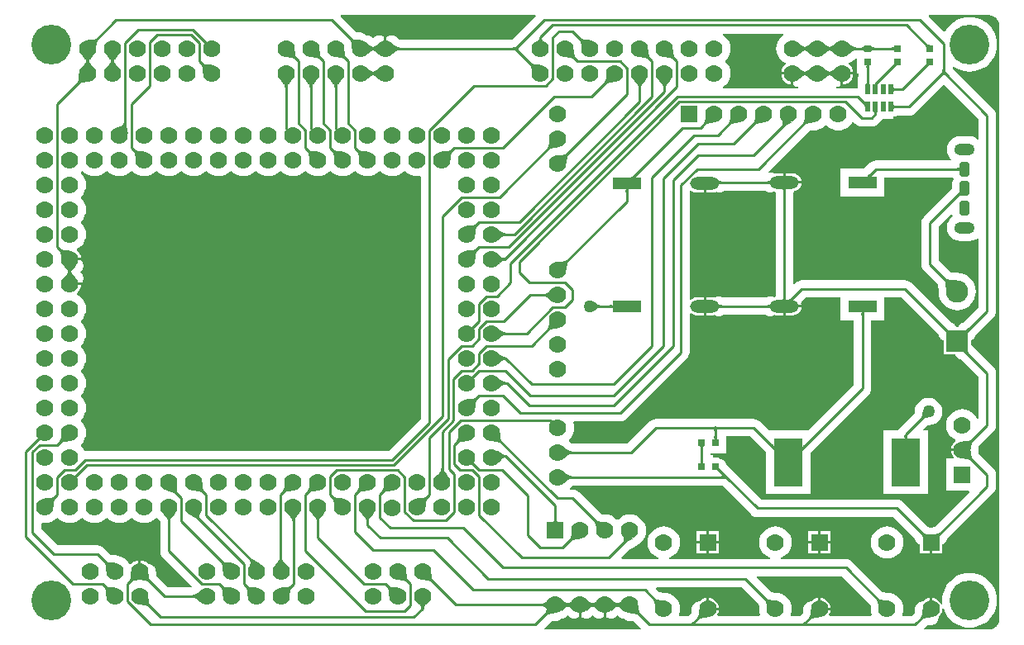
<source format=gtl>
G04*
G04 #@! TF.GenerationSoftware,Altium Limited,Altium Designer,18.1.4 (159)*
G04*
G04 Layer_Physical_Order=1*
G04 Layer_Color=255*
%FSLAX24Y24*%
%MOIN*%
G70*
G01*
G75*
%ADD11C,0.0100*%
%ADD15R,0.1181X0.0512*%
%ADD16O,0.1181X0.0512*%
%ADD17R,0.0197X0.0400*%
%ADD18R,0.1181X0.1969*%
%ADD19R,0.0300X0.0300*%
%ADD20R,0.0300X0.0300*%
%ADD36O,0.0827X0.0472*%
G04:AMPARAMS|DCode=37|XSize=59.1mil|YSize=39.4mil|CornerRadius=9.8mil|HoleSize=0mil|Usage=FLASHONLY|Rotation=90.000|XOffset=0mil|YOffset=0mil|HoleType=Round|Shape=RoundedRectangle|*
%AMROUNDEDRECTD37*
21,1,0.0591,0.0197,0,0,90.0*
21,1,0.0394,0.0394,0,0,90.0*
1,1,0.0197,0.0098,0.0197*
1,1,0.0197,0.0098,-0.0197*
1,1,0.0197,-0.0098,-0.0197*
1,1,0.0197,-0.0098,0.0197*
%
%ADD37ROUNDEDRECTD37*%
%ADD38C,0.0700*%
%ADD39R,0.0700X0.0700*%
%ADD40C,0.0900*%
%ADD41R,0.0900X0.0900*%
%ADD42R,0.0700X0.0700*%
%ADD43C,0.0500*%
%ADD44C,0.1600*%
G36*
X20705Y24754D02*
X19754Y23803D01*
X15237D01*
X15234Y23804D01*
X15219Y23815D01*
X15201Y23829D01*
X15144Y23879D01*
X15113Y23910D01*
X15082Y23934D01*
X15051Y23957D01*
X15050Y23957D01*
X15050Y23958D01*
X15014Y23972D01*
X14978Y23987D01*
X14977Y23987D01*
X14977Y23988D01*
X14938Y23993D01*
X14900Y23998D01*
X14899Y23997D01*
X14898Y23998D01*
X14860Y23992D01*
X14822Y23987D01*
X14821Y23987D01*
X14820Y23987D01*
X14784Y23972D01*
X14749Y23957D01*
X14748Y23957D01*
X14747Y23956D01*
X14717Y23933D01*
X14700Y23920D01*
Y23450D01*
X14600D01*
Y23920D01*
X14583Y23932D01*
X14553Y23956D01*
X14552Y23957D01*
X14551Y23957D01*
X14516Y23972D01*
X14480Y23987D01*
X14479Y23987D01*
X14478Y23987D01*
X14440Y23992D01*
X14402Y23998D01*
X14401Y23997D01*
X14400Y23998D01*
X14362Y23993D01*
X14323Y23988D01*
X14323Y23987D01*
X14322Y23987D01*
X14286Y23973D01*
X14250Y23958D01*
X14250Y23957D01*
X14249Y23957D01*
X14218Y23934D01*
X14187Y23910D01*
X14156Y23879D01*
X14150Y23874D01*
X14144Y23879D01*
X14113Y23910D01*
X14082Y23934D01*
X14051Y23957D01*
X14050Y23957D01*
X14050Y23958D01*
X14014Y23972D01*
X13978Y23987D01*
X13977Y23987D01*
X13977Y23988D01*
X13938Y23993D01*
X13900Y23998D01*
X13899Y23997D01*
X13898Y23998D01*
X13876Y23994D01*
X13862Y24013D01*
X13861Y24013D01*
X13860Y24014D01*
X13830Y24037D01*
X13799Y24061D01*
X13798Y24062D01*
X13798Y24062D01*
X13762Y24077D01*
X13726Y24092D01*
X13726Y24092D01*
X13725Y24092D01*
X13687Y24097D01*
X13648Y24103D01*
X13604Y24103D01*
X13529Y24107D01*
X13506Y24110D01*
X13487Y24114D01*
X13485Y24114D01*
X12845Y24754D01*
X12865Y24800D01*
X20685D01*
X20705Y24754D01*
D02*
G37*
G36*
X20951Y23881D02*
X20953Y23864D01*
X20956Y23849D01*
X20961Y23835D01*
X20967Y23822D01*
X20974Y23811D01*
X20983Y23801D01*
X20993Y23792D01*
X21004Y23785D01*
X21017Y23780D01*
X20783D01*
X20796Y23785D01*
X20807Y23792D01*
X20817Y23801D01*
X20826Y23811D01*
X20833Y23822D01*
X20839Y23835D01*
X20844Y23849D01*
X20847Y23864D01*
X20849Y23881D01*
X20850Y23900D01*
X20950D01*
X20951Y23881D01*
D02*
G37*
G36*
X32800Y23205D02*
X32763Y23242D01*
X32692Y23304D01*
X32659Y23330D01*
X32628Y23351D01*
X32598Y23369D01*
X32570Y23382D01*
X32550Y23390D01*
X32530Y23382D01*
X32502Y23369D01*
X32472Y23351D01*
X32441Y23330D01*
X32408Y23304D01*
X32337Y23242D01*
X32300Y23205D01*
Y23695D01*
X32337Y23658D01*
X32408Y23596D01*
X32441Y23570D01*
X32472Y23549D01*
X32502Y23531D01*
X32530Y23518D01*
X32550Y23510D01*
X32570Y23518D01*
X32598Y23531D01*
X32628Y23549D01*
X32659Y23570D01*
X32692Y23596D01*
X32763Y23658D01*
X32800Y23695D01*
Y23205D01*
D02*
G37*
G36*
X31800D02*
X31763Y23242D01*
X31692Y23304D01*
X31659Y23330D01*
X31628Y23351D01*
X31598Y23369D01*
X31570Y23382D01*
X31550Y23390D01*
X31530Y23382D01*
X31502Y23369D01*
X31472Y23351D01*
X31441Y23330D01*
X31408Y23304D01*
X31337Y23242D01*
X31300Y23205D01*
Y23695D01*
X31337Y23658D01*
X31408Y23596D01*
X31441Y23570D01*
X31472Y23549D01*
X31502Y23531D01*
X31530Y23518D01*
X31550Y23510D01*
X31570Y23518D01*
X31598Y23531D01*
X31628Y23549D01*
X31659Y23570D01*
X31692Y23596D01*
X31763Y23658D01*
X31800Y23695D01*
Y23205D01*
D02*
G37*
G36*
X14400D02*
X14363Y23242D01*
X14292Y23304D01*
X14259Y23330D01*
X14228Y23351D01*
X14198Y23369D01*
X14170Y23382D01*
X14150Y23390D01*
X14130Y23382D01*
X14102Y23369D01*
X14072Y23351D01*
X14041Y23330D01*
X14008Y23304D01*
X13937Y23242D01*
X13900Y23205D01*
Y23695D01*
X13937Y23658D01*
X14008Y23596D01*
X14041Y23570D01*
X14072Y23549D01*
X14102Y23531D01*
X14130Y23518D01*
X14150Y23510D01*
X14170Y23518D01*
X14198Y23531D01*
X14228Y23549D01*
X14259Y23570D01*
X14292Y23596D01*
X14363Y23658D01*
X14400Y23695D01*
Y23205D01*
D02*
G37*
G36*
X36472Y23650D02*
X36508Y23619D01*
X36525Y23607D01*
X36540Y23599D01*
X36553Y23593D01*
X36565Y23590D01*
X36576D01*
X36585Y23593D01*
X36593Y23599D01*
X36451Y23457D01*
X36457Y23465D01*
X36460Y23474D01*
Y23485D01*
X36457Y23497D01*
X36451Y23510D01*
X36443Y23525D01*
X36431Y23542D01*
X36417Y23559D01*
X36380Y23599D01*
X36451Y23670D01*
X36472Y23650D01*
D02*
G37*
G36*
X22560Y23863D02*
X22582Y23850D01*
X22608Y23837D01*
X22638Y23827D01*
X22671Y23818D01*
X22709Y23811D01*
X22750Y23806D01*
X22844Y23800D01*
X22896Y23800D01*
X22550Y23454D01*
X22550Y23506D01*
X22544Y23600D01*
X22539Y23641D01*
X22532Y23679D01*
X22523Y23712D01*
X22513Y23742D01*
X22500Y23768D01*
X22487Y23790D01*
X22471Y23808D01*
X22542Y23879D01*
X22560Y23863D01*
D02*
G37*
G36*
X13310D02*
X13332Y23850D01*
X13358Y23837D01*
X13388Y23827D01*
X13421Y23818D01*
X13459Y23811D01*
X13500Y23806D01*
X13594Y23800D01*
X13647Y23800D01*
X13300Y23454D01*
X13300Y23506D01*
X13294Y23600D01*
X13289Y23641D01*
X13282Y23679D01*
X13273Y23712D01*
X13263Y23742D01*
X13250Y23768D01*
X13237Y23790D01*
X13221Y23808D01*
X13292Y23879D01*
X13310Y23863D01*
D02*
G37*
G36*
X3079Y23808D02*
X3063Y23790D01*
X3050Y23768D01*
X3037Y23742D01*
X3027Y23712D01*
X3018Y23679D01*
X3011Y23641D01*
X3006Y23600D01*
X3000Y23506D01*
X3000Y23454D01*
X2654Y23800D01*
X2706Y23800D01*
X2800Y23806D01*
X2841Y23811D01*
X2879Y23818D01*
X2912Y23827D01*
X2942Y23837D01*
X2968Y23850D01*
X2990Y23863D01*
X3008Y23879D01*
X3079Y23808D01*
D02*
G37*
G36*
X35151Y23350D02*
X35150Y23359D01*
X35147Y23368D01*
X35142Y23375D01*
X35135Y23382D01*
X35126Y23387D01*
X35115Y23392D01*
X35102Y23396D01*
X35087Y23398D01*
X35070Y23400D01*
X35051Y23400D01*
Y23500D01*
X35070Y23500D01*
X35087Y23502D01*
X35102Y23505D01*
X35115Y23508D01*
X35126Y23512D01*
X35135Y23518D01*
X35142Y23524D01*
X35147Y23532D01*
X35150Y23540D01*
X35151Y23550D01*
Y23350D01*
D02*
G37*
G36*
X34234Y23540D02*
X34237Y23532D01*
X34242Y23524D01*
X34249Y23518D01*
X34258Y23512D01*
X34269Y23508D01*
X34282Y23505D01*
X34297Y23502D01*
X34315Y23500D01*
X34334Y23500D01*
Y23400D01*
X34315Y23400D01*
X34297Y23398D01*
X34282Y23396D01*
X34269Y23392D01*
X34258Y23387D01*
X34249Y23382D01*
X34242Y23375D01*
X34237Y23368D01*
X34234Y23359D01*
X34233Y23350D01*
Y23550D01*
X34234Y23540D01*
D02*
G37*
G36*
X33936Y23350D02*
X33935Y23359D01*
X33932Y23368D01*
X33927Y23375D01*
X33920Y23382D01*
X33911Y23387D01*
X33900Y23392D01*
X33887Y23396D01*
X33872Y23398D01*
X33855Y23400D01*
X33836Y23400D01*
Y23500D01*
X33855Y23500D01*
X33872Y23502D01*
X33887Y23505D01*
X33900Y23508D01*
X33911Y23512D01*
X33920Y23518D01*
X33927Y23524D01*
X33932Y23532D01*
X33935Y23540D01*
X33936Y23550D01*
Y23350D01*
D02*
G37*
G36*
X20041Y23521D02*
X20029Y23507D01*
X20019Y23492D01*
X20012Y23478D01*
X20007Y23464D01*
X20006Y23450D01*
X20007Y23436D01*
X20012Y23422D01*
X20019Y23408D01*
X20029Y23393D01*
X20041Y23379D01*
X19950Y23329D01*
X19936Y23343D01*
X19921Y23355D01*
X19905Y23365D01*
X19889Y23375D01*
X19872Y23382D01*
X19855Y23389D01*
X19837Y23394D01*
X19818Y23397D01*
X19799Y23399D01*
X19779Y23400D01*
Y23500D01*
X19799Y23501D01*
X19818Y23503D01*
X19837Y23506D01*
X19855Y23511D01*
X19872Y23518D01*
X19889Y23525D01*
X19905Y23535D01*
X19921Y23545D01*
X19936Y23557D01*
X19950Y23571D01*
X20041Y23521D01*
D02*
G37*
G36*
X33337Y23658D02*
X33408Y23596D01*
X33441Y23570D01*
X33472Y23549D01*
X33502Y23531D01*
X33530Y23518D01*
X33557Y23508D01*
X33583Y23502D01*
X33606Y23500D01*
Y23400D01*
X33583Y23398D01*
X33557Y23392D01*
X33530Y23382D01*
X33502Y23369D01*
X33472Y23351D01*
X33441Y23330D01*
X33408Y23304D01*
X33337Y23242D01*
X33300Y23205D01*
Y23695D01*
X33337Y23658D01*
D02*
G37*
G36*
X14937D02*
X15008Y23596D01*
X15041Y23570D01*
X15072Y23549D01*
X15102Y23531D01*
X15130Y23518D01*
X15157Y23508D01*
X15183Y23502D01*
X15206Y23500D01*
Y23400D01*
X15183Y23398D01*
X15157Y23392D01*
X15130Y23382D01*
X15102Y23369D01*
X15072Y23351D01*
X15041Y23330D01*
X15008Y23304D01*
X14937Y23242D01*
X14900Y23205D01*
Y23695D01*
X14937Y23658D01*
D02*
G37*
G36*
X26250Y23394D02*
X26256Y23300D01*
X26261Y23259D01*
X26268Y23221D01*
X26277Y23188D01*
X26287Y23158D01*
X26300Y23132D01*
X26313Y23110D01*
X26329Y23092D01*
X26258Y23021D01*
X26240Y23037D01*
X26218Y23050D01*
X26192Y23063D01*
X26162Y23073D01*
X26129Y23082D01*
X26091Y23089D01*
X26050Y23094D01*
X25956Y23100D01*
X25903Y23100D01*
X26250Y23447D01*
X26250Y23394D01*
D02*
G37*
G36*
X25250D02*
X25256Y23300D01*
X25261Y23259D01*
X25268Y23221D01*
X25277Y23188D01*
X25287Y23158D01*
X25300Y23132D01*
X25313Y23110D01*
X25329Y23092D01*
X25258Y23021D01*
X25240Y23037D01*
X25218Y23050D01*
X25192Y23063D01*
X25162Y23073D01*
X25129Y23082D01*
X25091Y23089D01*
X25050Y23094D01*
X24956Y23100D01*
X24904Y23100D01*
X25250Y23447D01*
X25250Y23394D01*
D02*
G37*
G36*
X22250D02*
X22256Y23300D01*
X22261Y23259D01*
X22268Y23221D01*
X22277Y23188D01*
X22287Y23158D01*
X22300Y23132D01*
X22313Y23110D01*
X22329Y23092D01*
X22258Y23021D01*
X22240Y23037D01*
X22218Y23050D01*
X22192Y23063D01*
X22162Y23073D01*
X22129Y23082D01*
X22091Y23089D01*
X22050Y23094D01*
X21956Y23100D01*
X21904Y23100D01*
X22250Y23447D01*
X22250Y23394D01*
D02*
G37*
G36*
X13000D02*
X13006Y23300D01*
X13011Y23259D01*
X13018Y23221D01*
X13027Y23188D01*
X13037Y23158D01*
X13050Y23132D01*
X13063Y23110D01*
X13079Y23092D01*
X13008Y23021D01*
X12990Y23037D01*
X12968Y23050D01*
X12942Y23063D01*
X12912Y23073D01*
X12879Y23082D01*
X12841Y23089D01*
X12800Y23094D01*
X12706Y23100D01*
X12653Y23100D01*
X13000Y23447D01*
X13000Y23394D01*
D02*
G37*
G36*
X12000D02*
X12006Y23300D01*
X12011Y23259D01*
X12018Y23221D01*
X12027Y23188D01*
X12037Y23158D01*
X12050Y23132D01*
X12063Y23110D01*
X12079Y23092D01*
X12008Y23021D01*
X11990Y23037D01*
X11968Y23050D01*
X11942Y23063D01*
X11912Y23073D01*
X11879Y23082D01*
X11841Y23089D01*
X11800Y23094D01*
X11706Y23100D01*
X11653Y23100D01*
X12000Y23447D01*
X12000Y23394D01*
D02*
G37*
G36*
X11000D02*
X11006Y23300D01*
X11011Y23259D01*
X11018Y23221D01*
X11027Y23188D01*
X11037Y23158D01*
X11050Y23132D01*
X11063Y23110D01*
X11079Y23092D01*
X11008Y23021D01*
X10990Y23037D01*
X10968Y23050D01*
X10942Y23063D01*
X10912Y23073D01*
X10879Y23082D01*
X10841Y23089D01*
X10800Y23094D01*
X10706Y23100D01*
X10654Y23100D01*
X11000Y23447D01*
X11000Y23394D01*
D02*
G37*
G36*
X36593Y22751D02*
X36585Y22757D01*
X36576Y22760D01*
X36565D01*
X36553Y22757D01*
X36540Y22751D01*
X36525Y22743D01*
X36508Y22731D01*
X36491Y22717D01*
X36451Y22680D01*
X36380Y22751D01*
X36400Y22772D01*
X36431Y22808D01*
X36443Y22825D01*
X36451Y22840D01*
X36457Y22853D01*
X36460Y22865D01*
Y22876D01*
X36457Y22885D01*
X36451Y22893D01*
X36593Y22751D01*
D02*
G37*
G36*
X35293D02*
X35285Y22757D01*
X35276Y22760D01*
X35265D01*
X35253Y22757D01*
X35240Y22751D01*
X35225Y22743D01*
X35208Y22731D01*
X35191Y22717D01*
X35151Y22680D01*
X35080Y22751D01*
X35100Y22772D01*
X35131Y22808D01*
X35143Y22825D01*
X35151Y22840D01*
X35157Y22853D01*
X35160Y22865D01*
Y22876D01*
X35157Y22885D01*
X35151Y22893D01*
X35293Y22751D01*
D02*
G37*
G36*
X3858Y23163D02*
X3796Y23092D01*
X3770Y23059D01*
X3749Y23028D01*
X3731Y22998D01*
X3718Y22970D01*
X3710Y22950D01*
X3718Y22930D01*
X3731Y22902D01*
X3749Y22872D01*
X3770Y22841D01*
X3796Y22808D01*
X3858Y22737D01*
X3895Y22700D01*
X3405D01*
X3442Y22737D01*
X3504Y22808D01*
X3530Y22841D01*
X3551Y22872D01*
X3569Y22902D01*
X3582Y22930D01*
X3590Y22950D01*
X3582Y22970D01*
X3569Y22998D01*
X3551Y23028D01*
X3530Y23059D01*
X3504Y23092D01*
X3442Y23163D01*
X3405Y23200D01*
X3895D01*
X3858Y23163D01*
D02*
G37*
G36*
X2858D02*
X2796Y23092D01*
X2770Y23059D01*
X2749Y23028D01*
X2731Y22998D01*
X2718Y22970D01*
X2710Y22950D01*
X2718Y22930D01*
X2731Y22902D01*
X2749Y22872D01*
X2770Y22841D01*
X2796Y22808D01*
X2858Y22737D01*
X2895Y22700D01*
X2405D01*
X2442Y22737D01*
X2504Y22808D01*
X2530Y22841D01*
X2551Y22872D01*
X2569Y22902D01*
X2582Y22930D01*
X2590Y22950D01*
X2582Y22970D01*
X2569Y22998D01*
X2551Y23028D01*
X2530Y23059D01*
X2504Y23092D01*
X2442Y23163D01*
X2405Y23200D01*
X2895D01*
X2858Y23163D01*
D02*
G37*
G36*
X34176Y22751D02*
X34167Y22748D01*
X34160Y22743D01*
X34153Y22736D01*
X34148Y22727D01*
X34143Y22716D01*
X34140Y22703D01*
X34137Y22688D01*
X34136Y22670D01*
X34135Y22651D01*
X34035D01*
X34035Y22670D01*
X34033Y22688D01*
X34031Y22703D01*
X34027Y22716D01*
X34023Y22727D01*
X34017Y22736D01*
X34011Y22743D01*
X34003Y22748D01*
X33995Y22751D01*
X33985Y22752D01*
X34185D01*
X34176Y22751D01*
D02*
G37*
G36*
X39081Y24783D02*
X39163Y24749D01*
X39237Y24700D01*
X39300Y24637D01*
X39349Y24563D01*
X39383Y24481D01*
X39400Y24394D01*
Y24350D01*
Y450D01*
Y406D01*
X39383Y319D01*
X39349Y237D01*
X39300Y163D01*
X39237Y100D01*
X39163Y51D01*
X39081Y17D01*
X38994Y0D01*
X36360D01*
X36341Y46D01*
X36471Y176D01*
X36473Y176D01*
X36492Y180D01*
X36514Y183D01*
X36590Y187D01*
X36634Y187D01*
X36672Y193D01*
X36711Y198D01*
X36711Y198D01*
X36712Y198D01*
X36748Y213D01*
X36784Y228D01*
X36784Y228D01*
X36785Y229D01*
X36816Y253D01*
X36846Y276D01*
X36847Y277D01*
X36847Y277D01*
X36871Y308D01*
X36894Y339D01*
X36895Y340D01*
X36895Y340D01*
X36910Y376D01*
X36925Y412D01*
X36925Y413D01*
X36925Y413D01*
X36930Y452D01*
X36935Y490D01*
X36935Y491D01*
X36935Y492D01*
X36934Y501D01*
X36957Y519D01*
X37029Y613D01*
X37074Y723D01*
X37090Y840D01*
X37139Y844D01*
X37140Y840D01*
X37206Y680D01*
X37296Y533D01*
X37409Y401D01*
X37540Y288D01*
X37688Y198D01*
X37848Y132D01*
X38016Y91D01*
X38189Y78D01*
X38362Y91D01*
X38530Y132D01*
X38690Y198D01*
X38838Y288D01*
X38969Y401D01*
X39082Y533D01*
X39172Y680D01*
X39238Y840D01*
X39279Y1008D01*
X39292Y1181D01*
X39279Y1354D01*
X39238Y1522D01*
X39172Y1682D01*
X39082Y1830D01*
X38969Y1961D01*
X38838Y2074D01*
X38690Y2164D01*
X38530Y2230D01*
X38362Y2271D01*
X38189Y2285D01*
X38016Y2271D01*
X37848Y2230D01*
X37688Y2164D01*
X37540Y2074D01*
X37409Y1961D01*
X37296Y1830D01*
X37206Y1682D01*
X37140Y1522D01*
X37099Y1354D01*
X37086Y1181D01*
X37097Y1033D01*
X37048Y1021D01*
X37029Y1067D01*
X36957Y1161D01*
X36863Y1233D01*
X36753Y1278D01*
X36686Y1287D01*
Y840D01*
X36586D01*
Y1287D01*
X36518Y1278D01*
X36409Y1233D01*
X36315Y1161D01*
X36297Y1138D01*
X36288Y1139D01*
X36287Y1139D01*
X36286Y1139D01*
X36248Y1134D01*
X36209Y1129D01*
X36208Y1129D01*
X36208Y1129D01*
X36172Y1114D01*
X36136Y1099D01*
X36135Y1099D01*
X36135Y1099D01*
X36104Y1075D01*
X36073Y1052D01*
X36073Y1051D01*
X36072Y1050D01*
X36048Y1020D01*
X36025Y989D01*
X36024Y988D01*
X36024Y988D01*
X36009Y952D01*
X35994Y916D01*
X35994Y916D01*
X35994Y915D01*
X35989Y877D01*
X35983Y838D01*
X35983Y794D01*
X35978Y719D01*
X35976Y696D01*
X35972Y677D01*
X35971Y675D01*
X35850Y553D01*
X35497D01*
X35472Y603D01*
X35505Y713D01*
X35517Y840D01*
X35505Y967D01*
X35468Y1090D01*
X35407Y1203D01*
X35326Y1302D01*
X35227Y1383D01*
X35114Y1443D01*
X34992Y1481D01*
X34864Y1493D01*
X34859Y1493D01*
X34818Y1493D01*
X34743Y1497D01*
X34720Y1500D01*
X34702Y1504D01*
X34699Y1504D01*
X33454Y2750D01*
X33381Y2806D01*
X33296Y2841D01*
X33204Y2853D01*
X30586D01*
X30579Y2903D01*
X30614Y2914D01*
X30727Y2974D01*
X30826Y3055D01*
X30907Y3154D01*
X30968Y3267D01*
X31005Y3390D01*
X31017Y3517D01*
X31005Y3645D01*
X30968Y3767D01*
X30907Y3880D01*
X30826Y3979D01*
X30727Y4060D01*
X30614Y4121D01*
X30492Y4158D01*
X30364Y4170D01*
X30237Y4158D01*
X30114Y4121D01*
X30001Y4060D01*
X29902Y3979D01*
X29821Y3880D01*
X29761Y3767D01*
X29724Y3645D01*
X29711Y3517D01*
X29724Y3390D01*
X29761Y3267D01*
X29821Y3154D01*
X29902Y3055D01*
X30001Y2974D01*
X30114Y2914D01*
X30150Y2903D01*
X30142Y2853D01*
X26086D01*
X26079Y2903D01*
X26114Y2914D01*
X26227Y2974D01*
X26326Y3055D01*
X26407Y3154D01*
X26468Y3267D01*
X26505Y3390D01*
X26517Y3517D01*
X26505Y3645D01*
X26468Y3767D01*
X26407Y3880D01*
X26326Y3979D01*
X26227Y4060D01*
X26114Y4121D01*
X25992Y4158D01*
X25864Y4170D01*
X25737Y4158D01*
X25614Y4121D01*
X25501Y4060D01*
X25402Y3979D01*
X25321Y3880D01*
X25261Y3767D01*
X25224Y3645D01*
X25211Y3517D01*
X25224Y3390D01*
X25261Y3267D01*
X25321Y3154D01*
X25402Y3055D01*
X25501Y2974D01*
X25614Y2914D01*
X25650Y2903D01*
X25642Y2853D01*
X24168D01*
X24148Y2899D01*
X24508Y3259D01*
X24806Y3423D01*
X24806Y3424D01*
X24806Y3424D01*
X24820Y3434D01*
X24863Y3457D01*
X24962Y3538D01*
X25043Y3637D01*
X25103Y3750D01*
X25141Y3873D01*
X25153Y4000D01*
X25141Y4127D01*
X25103Y4250D01*
X25043Y4363D01*
X24962Y4462D01*
X24863Y4543D01*
X24750Y4603D01*
X24627Y4641D01*
X24500Y4653D01*
X24373Y4641D01*
X24250Y4603D01*
X24137Y4543D01*
X24038Y4462D01*
X24025Y4446D01*
X23975D01*
X23962Y4462D01*
X23863Y4543D01*
X23750Y4603D01*
X23627Y4641D01*
X23500Y4653D01*
X23494Y4653D01*
X23454Y4653D01*
X23379Y4657D01*
X23356Y4660D01*
X23337Y4664D01*
X23335Y4664D01*
X22450Y5550D01*
X22377Y5606D01*
X22291Y5641D01*
X22200Y5653D01*
X22095D01*
X22076Y5703D01*
X22094Y5721D01*
X22151Y5771D01*
X22169Y5785D01*
X22184Y5796D01*
X22187Y5797D01*
X28247D01*
X29393Y4650D01*
X29466Y4594D01*
X29552Y4559D01*
X29643Y4547D01*
X35107D01*
X35994Y3660D01*
X35996Y3646D01*
X36005Y3624D01*
X36012Y3601D01*
X36020Y3587D01*
X36026Y3573D01*
X36041Y3554D01*
X36054Y3533D01*
X36065Y3523D01*
X36074Y3511D01*
X36093Y3496D01*
X36111Y3479D01*
X36125Y3472D01*
X36137Y3462D01*
X36159Y3453D01*
X36181Y3442D01*
X36186Y3440D01*
Y3067D01*
X36586D01*
Y3517D01*
X36686D01*
Y3067D01*
X37086D01*
Y3440D01*
X37091Y3442D01*
X37112Y3453D01*
X37135Y3462D01*
X37147Y3472D01*
X37161Y3479D01*
X37178Y3496D01*
X37197Y3511D01*
X37207Y3523D01*
X37218Y3533D01*
X37231Y3554D01*
X37245Y3573D01*
X37251Y3587D01*
X37259Y3601D01*
X37266Y3624D01*
X37276Y3646D01*
X37277Y3660D01*
X39150Y5532D01*
X39206Y5605D01*
X39241Y5690D01*
X39253Y5781D01*
Y6250D01*
X39253Y6250D01*
X39241Y6341D01*
X39206Y6427D01*
X39150Y6500D01*
X38564Y7085D01*
X38564Y7087D01*
X38560Y7106D01*
X38557Y7129D01*
X38553Y7204D01*
X38553Y7248D01*
X38552Y7250D01*
X38553Y7252D01*
X38553Y7296D01*
X38557Y7371D01*
X38560Y7394D01*
X38564Y7413D01*
X38564Y7415D01*
X39150Y8000D01*
X39206Y8073D01*
X39241Y8159D01*
X39253Y8250D01*
X39253Y8250D01*
Y10350D01*
X39241Y10441D01*
X39206Y10527D01*
X39150Y10600D01*
X38404Y11345D01*
X38403Y11348D01*
X38401Y11350D01*
X38400Y11352D01*
X38378Y11382D01*
X38356Y11411D01*
X38354Y11413D01*
X38352Y11415D01*
X38323Y11438D01*
X38294Y11461D01*
X38292Y11462D01*
X38289Y11463D01*
X38284Y11466D01*
X38239Y11510D01*
Y11673D01*
X38245Y11675D01*
X38266Y11686D01*
X38288Y11695D01*
X38300Y11705D01*
X38314Y11712D01*
X38332Y11729D01*
X38351Y11743D01*
X38360Y11756D01*
X38372Y11766D01*
X38384Y11787D01*
X38399Y11806D01*
X38405Y11820D01*
X38413Y11833D01*
X38420Y11857D01*
X38429Y11879D01*
X38431Y11892D01*
X39150Y12611D01*
X39206Y12684D01*
X39241Y12769D01*
X39253Y12861D01*
Y20750D01*
X39241Y20841D01*
X39206Y20927D01*
X39150Y21000D01*
X37503Y22646D01*
Y22702D01*
X37553Y22722D01*
X37688Y22639D01*
X37848Y22573D01*
X38016Y22532D01*
X38189Y22519D01*
X38362Y22532D01*
X38530Y22573D01*
X38690Y22639D01*
X38838Y22729D01*
X38969Y22842D01*
X39082Y22973D01*
X39172Y23121D01*
X39238Y23281D01*
X39279Y23449D01*
X39292Y23622D01*
X39279Y23795D01*
X39238Y23963D01*
X39172Y24123D01*
X39082Y24271D01*
X38969Y24402D01*
X38838Y24515D01*
X38690Y24605D01*
X38530Y24671D01*
X38362Y24712D01*
X38189Y24725D01*
X38016Y24712D01*
X37848Y24671D01*
X37688Y24605D01*
X37540Y24515D01*
X37409Y24402D01*
X37296Y24271D01*
X37221Y24148D01*
X37161Y24138D01*
X36545Y24754D01*
X36565Y24800D01*
X38994D01*
X39081Y24783D01*
D02*
G37*
G36*
X32800Y22205D02*
X32763Y22242D01*
X32692Y22304D01*
X32659Y22330D01*
X32628Y22351D01*
X32598Y22369D01*
X32570Y22382D01*
X32550Y22390D01*
X32530Y22382D01*
X32502Y22369D01*
X32472Y22351D01*
X32441Y22330D01*
X32408Y22304D01*
X32337Y22242D01*
X32300Y22205D01*
Y22695D01*
X32337Y22658D01*
X32408Y22596D01*
X32441Y22570D01*
X32472Y22549D01*
X32502Y22531D01*
X32530Y22518D01*
X32550Y22510D01*
X32570Y22518D01*
X32598Y22531D01*
X32628Y22549D01*
X32659Y22570D01*
X32692Y22596D01*
X32763Y22658D01*
X32800Y22695D01*
Y22205D01*
D02*
G37*
G36*
X31800D02*
X31763Y22242D01*
X31692Y22304D01*
X31659Y22330D01*
X31628Y22351D01*
X31598Y22369D01*
X31570Y22382D01*
X31550Y22390D01*
X31530Y22382D01*
X31502Y22369D01*
X31472Y22351D01*
X31441Y22330D01*
X31408Y22304D01*
X31337Y22242D01*
X31300Y22205D01*
Y22695D01*
X31337Y22658D01*
X31408Y22596D01*
X31441Y22570D01*
X31472Y22549D01*
X31502Y22531D01*
X31530Y22518D01*
X31550Y22510D01*
X31570Y22518D01*
X31598Y22531D01*
X31628Y22549D01*
X31659Y22570D01*
X31692Y22596D01*
X31763Y22658D01*
X31800Y22695D01*
Y22205D01*
D02*
G37*
G36*
X14400D02*
X14363Y22242D01*
X14292Y22304D01*
X14259Y22330D01*
X14228Y22351D01*
X14198Y22369D01*
X14170Y22382D01*
X14150Y22390D01*
X14130Y22382D01*
X14102Y22369D01*
X14072Y22351D01*
X14041Y22330D01*
X14008Y22304D01*
X13937Y22242D01*
X13900Y22205D01*
Y22695D01*
X13937Y22658D01*
X14008Y22596D01*
X14041Y22570D01*
X14072Y22549D01*
X14102Y22531D01*
X14130Y22518D01*
X14150Y22510D01*
X14170Y22518D01*
X14198Y22531D01*
X14228Y22549D01*
X14259Y22570D01*
X14292Y22596D01*
X14363Y22658D01*
X14400Y22695D01*
Y22205D01*
D02*
G37*
G36*
X20560Y22863D02*
X20582Y22850D01*
X20608Y22837D01*
X20638Y22827D01*
X20671Y22818D01*
X20709Y22811D01*
X20750Y22806D01*
X20844Y22800D01*
X20896Y22800D01*
X20550Y22453D01*
X20550Y22506D01*
X20544Y22600D01*
X20539Y22641D01*
X20532Y22679D01*
X20523Y22712D01*
X20513Y22742D01*
X20500Y22768D01*
X20487Y22790D01*
X20471Y22808D01*
X20542Y22879D01*
X20560Y22863D01*
D02*
G37*
G36*
X7310D02*
X7332Y22850D01*
X7358Y22837D01*
X7388Y22827D01*
X7421Y22818D01*
X7459Y22811D01*
X7500Y22806D01*
X7594Y22800D01*
X7646Y22800D01*
X7300Y22453D01*
X7300Y22506D01*
X7294Y22600D01*
X7289Y22641D01*
X7282Y22679D01*
X7273Y22712D01*
X7263Y22742D01*
X7250Y22768D01*
X7237Y22790D01*
X7221Y22808D01*
X7292Y22879D01*
X7310Y22863D01*
D02*
G37*
G36*
X37201Y22601D02*
X37203Y22582D01*
X37206Y22563D01*
X37211Y22545D01*
X37218Y22528D01*
X37225Y22511D01*
X37235Y22495D01*
X37245Y22479D01*
X37257Y22464D01*
X37271Y22450D01*
X37221Y22359D01*
X37207Y22371D01*
X37192Y22381D01*
X37178Y22388D01*
X37164Y22393D01*
X37150Y22394D01*
X37136Y22393D01*
X37122Y22388D01*
X37108Y22381D01*
X37093Y22371D01*
X37079Y22359D01*
X37029Y22450D01*
X37043Y22464D01*
X37055Y22479D01*
X37065Y22495D01*
X37075Y22511D01*
X37082Y22528D01*
X37089Y22545D01*
X37094Y22563D01*
X37097Y22582D01*
X37099Y22601D01*
X37100Y22621D01*
X37200D01*
X37201Y22601D01*
D02*
G37*
G36*
X23897Y22100D02*
X23844Y22100D01*
X23750Y22094D01*
X23709Y22089D01*
X23671Y22082D01*
X23638Y22073D01*
X23608Y22063D01*
X23582Y22050D01*
X23560Y22037D01*
X23542Y22021D01*
X23471Y22092D01*
X23487Y22110D01*
X23500Y22132D01*
X23513Y22158D01*
X23523Y22188D01*
X23532Y22221D01*
X23539Y22259D01*
X23544Y22300D01*
X23550Y22394D01*
X23550Y22446D01*
X23897Y22100D01*
D02*
G37*
G36*
X2646D02*
X2594Y22100D01*
X2500Y22094D01*
X2459Y22089D01*
X2421Y22082D01*
X2388Y22073D01*
X2358Y22063D01*
X2332Y22050D01*
X2310Y22037D01*
X2292Y22021D01*
X2221Y22092D01*
X2237Y22110D01*
X2250Y22132D01*
X2263Y22158D01*
X2273Y22188D01*
X2282Y22221D01*
X2289Y22259D01*
X2294Y22300D01*
X2300Y22394D01*
X2300Y22446D01*
X2646Y22100D01*
D02*
G37*
G36*
X34136Y22080D02*
X34137Y22063D01*
X34139Y22048D01*
X34143Y22035D01*
X34147Y22024D01*
X34152Y22015D01*
X34158Y22008D01*
X34165Y22003D01*
X34173Y22000D01*
X34182Y21999D01*
X33988D01*
X33997Y22000D01*
X34005Y22003D01*
X34012Y22008D01*
X34018Y22015D01*
X34023Y22024D01*
X34027Y22035D01*
X34031Y22048D01*
X34033Y22063D01*
X34035Y22080D01*
X34035Y22099D01*
X34135D01*
X34136Y22080D01*
D02*
G37*
G36*
X26108Y22163D02*
X26046Y22092D01*
X26020Y22059D01*
X25999Y22028D01*
X25981Y21998D01*
X25968Y21970D01*
X25958Y21943D01*
X25952Y21917D01*
X25950Y21894D01*
X25850D01*
X25848Y21917D01*
X25842Y21943D01*
X25832Y21970D01*
X25819Y21998D01*
X25801Y22028D01*
X25780Y22059D01*
X25754Y22092D01*
X25692Y22163D01*
X25655Y22200D01*
X26145D01*
X26108Y22163D01*
D02*
G37*
G36*
X25108D02*
X25046Y22092D01*
X25020Y22059D01*
X24999Y22028D01*
X24981Y21998D01*
X24968Y21970D01*
X24958Y21943D01*
X24952Y21917D01*
X24950Y21894D01*
X24850D01*
X24848Y21917D01*
X24842Y21943D01*
X24832Y21970D01*
X24819Y21998D01*
X24801Y22028D01*
X24780Y22059D01*
X24754Y22092D01*
X24692Y22163D01*
X24655Y22200D01*
X25145D01*
X25108Y22163D01*
D02*
G37*
G36*
X12858D02*
X12796Y22092D01*
X12770Y22059D01*
X12749Y22028D01*
X12731Y21998D01*
X12718Y21970D01*
X12708Y21943D01*
X12702Y21917D01*
X12700Y21894D01*
X12600D01*
X12598Y21917D01*
X12592Y21943D01*
X12582Y21970D01*
X12569Y21998D01*
X12551Y22028D01*
X12530Y22059D01*
X12504Y22092D01*
X12442Y22163D01*
X12405Y22200D01*
X12895D01*
X12858Y22163D01*
D02*
G37*
G36*
X11858D02*
X11796Y22092D01*
X11770Y22059D01*
X11749Y22028D01*
X11731Y21998D01*
X11718Y21970D01*
X11708Y21943D01*
X11702Y21917D01*
X11700Y21894D01*
X11600D01*
X11598Y21917D01*
X11592Y21943D01*
X11582Y21970D01*
X11569Y21998D01*
X11551Y22028D01*
X11530Y22059D01*
X11504Y22092D01*
X11442Y22163D01*
X11405Y22200D01*
X11895D01*
X11858Y22163D01*
D02*
G37*
G36*
X10858D02*
X10796Y22092D01*
X10770Y22059D01*
X10749Y22028D01*
X10731Y21998D01*
X10718Y21970D01*
X10708Y21943D01*
X10702Y21917D01*
X10700Y21894D01*
X10600D01*
X10598Y21917D01*
X10592Y21943D01*
X10582Y21970D01*
X10569Y21998D01*
X10551Y22028D01*
X10530Y22059D01*
X10504Y22092D01*
X10442Y22163D01*
X10405Y22200D01*
X10895D01*
X10858Y22163D01*
D02*
G37*
G36*
X33632Y23037D02*
X33635Y23034D01*
Y22450D01*
X33732D01*
Y22300D01*
X33687D01*
Y22009D01*
X33685Y21999D01*
X33687Y21988D01*
Y21854D01*
X33685Y21853D01*
X32810D01*
X32806Y21903D01*
X32840Y21908D01*
X32878Y21913D01*
X32879Y21913D01*
X32880Y21913D01*
X32916Y21928D01*
X32951Y21943D01*
X32952Y21943D01*
X32953Y21944D01*
X32983Y21967D01*
X33000Y21980D01*
Y22450D01*
X33050D01*
Y22500D01*
X33497D01*
X33488Y22567D01*
X33443Y22677D01*
X33371Y22771D01*
X33327Y22804D01*
X33332Y22864D01*
X33413Y22907D01*
X33512Y22988D01*
X33515Y22993D01*
X33544Y23021D01*
X33585Y23057D01*
X33632Y23037D01*
D02*
G37*
G36*
X30697Y23998D02*
X30687Y23993D01*
X30588Y23912D01*
X30507Y23813D01*
X30447Y23700D01*
X30409Y23577D01*
X30397Y23450D01*
X30409Y23323D01*
X30447Y23200D01*
X30507Y23087D01*
X30588Y22988D01*
X30687Y22907D01*
X30768Y22864D01*
X30773Y22804D01*
X30729Y22771D01*
X30657Y22677D01*
X30612Y22567D01*
X30603Y22500D01*
X31050D01*
Y22450D01*
X31100D01*
Y21980D01*
X31117Y21968D01*
X31147Y21944D01*
X31148Y21943D01*
X31149Y21943D01*
X31184Y21928D01*
X31220Y21913D01*
X31221Y21913D01*
X31222Y21913D01*
X31260Y21908D01*
X31294Y21903D01*
X31290Y21853D01*
X28265D01*
X28253Y21902D01*
X28263Y21907D01*
X28362Y21988D01*
X28443Y22087D01*
X28503Y22200D01*
X28541Y22323D01*
X28553Y22450D01*
X28541Y22577D01*
X28503Y22700D01*
X28443Y22813D01*
X28362Y22912D01*
X28346Y22925D01*
Y22975D01*
X28362Y22988D01*
X28443Y23087D01*
X28503Y23200D01*
X28541Y23323D01*
X28553Y23450D01*
X28541Y23577D01*
X28503Y23700D01*
X28443Y23813D01*
X28362Y23912D01*
X28263Y23993D01*
X28253Y23998D01*
X28265Y24047D01*
X30685D01*
X30697Y23998D01*
D02*
G37*
G36*
X35127Y21890D02*
X35130Y21882D01*
X35135Y21874D01*
X35142Y21868D01*
X35151Y21862D01*
X35162Y21858D01*
X35176Y21855D01*
X35191Y21852D01*
X35208Y21851D01*
X35227Y21850D01*
Y21750D01*
X35208Y21749D01*
X35191Y21748D01*
X35176Y21746D01*
X35162Y21742D01*
X35151Y21737D01*
X35142Y21732D01*
X35135Y21725D01*
X35130Y21718D01*
X35127Y21709D01*
X35126Y21700D01*
Y21900D01*
X35127Y21890D01*
D02*
G37*
G36*
X33931Y21326D02*
X33962Y21298D01*
X33970Y21293D01*
X33977Y21290D01*
X33981Y21289D01*
X33985Y21291D01*
X33987Y21294D01*
X33988Y21299D01*
Y21056D01*
X33987Y21070D01*
X33985Y21084D01*
X33981Y21098D01*
X33977Y21112D01*
X33970Y21127D01*
X33962Y21141D01*
X33953Y21155D01*
X33943Y21169D01*
X33931Y21183D01*
X33917Y21197D01*
Y21339D01*
X33931Y21326D01*
D02*
G37*
G36*
X35127Y21191D02*
X35130Y21182D01*
X35135Y21174D01*
X35142Y21168D01*
X35151Y21163D01*
X35162Y21158D01*
X35176Y21154D01*
X35191Y21152D01*
X35208Y21151D01*
X35227Y21150D01*
Y21050D01*
X35208Y21049D01*
X35191Y21048D01*
X35176Y21045D01*
X35162Y21042D01*
X35151Y21037D01*
X35142Y21032D01*
X35135Y21026D01*
X35130Y21018D01*
X35127Y21010D01*
X35126Y21000D01*
Y21200D01*
X35127Y21191D01*
D02*
G37*
G36*
X34488Y20900D02*
X34480Y20897D01*
X34473Y20892D01*
X34467Y20885D01*
X34462Y20876D01*
X34458Y20865D01*
X34454Y20852D01*
X34452Y20837D01*
X34450Y20820D01*
X34450Y20801D01*
X34350D01*
X34350Y20820D01*
X34348Y20837D01*
X34346Y20852D01*
X34342Y20865D01*
X34338Y20876D01*
X34333Y20885D01*
X34327Y20892D01*
X34320Y20897D01*
X34312Y20900D01*
X34303Y20901D01*
X34497D01*
X34488Y20900D01*
D02*
G37*
G36*
X31897Y20450D02*
X31844Y20450D01*
X31750Y20444D01*
X31709Y20439D01*
X31671Y20432D01*
X31638Y20423D01*
X31608Y20413D01*
X31582Y20400D01*
X31560Y20387D01*
X31542Y20371D01*
X31471Y20442D01*
X31487Y20460D01*
X31500Y20482D01*
X31513Y20508D01*
X31523Y20538D01*
X31532Y20571D01*
X31539Y20609D01*
X31544Y20650D01*
X31550Y20744D01*
X31550Y20796D01*
X31897Y20450D01*
D02*
G37*
G36*
X29897D02*
X29844Y20450D01*
X29750Y20444D01*
X29709Y20439D01*
X29671Y20432D01*
X29638Y20423D01*
X29608Y20413D01*
X29582Y20400D01*
X29560Y20387D01*
X29542Y20371D01*
X29471Y20442D01*
X29487Y20460D01*
X29500Y20482D01*
X29513Y20508D01*
X29523Y20538D01*
X29532Y20571D01*
X29539Y20609D01*
X29544Y20650D01*
X29550Y20744D01*
X29550Y20796D01*
X29897Y20450D01*
D02*
G37*
G36*
X28897D02*
X28844Y20450D01*
X28750Y20444D01*
X28709Y20439D01*
X28671Y20432D01*
X28638Y20423D01*
X28608Y20413D01*
X28582Y20400D01*
X28560Y20387D01*
X28542Y20371D01*
X28471Y20442D01*
X28487Y20460D01*
X28500Y20482D01*
X28513Y20508D01*
X28523Y20538D01*
X28532Y20571D01*
X28539Y20609D01*
X28544Y20650D01*
X28550Y20744D01*
X28550Y20796D01*
X28897Y20450D01*
D02*
G37*
G36*
X27896D02*
X27844Y20450D01*
X27750Y20444D01*
X27709Y20439D01*
X27671Y20432D01*
X27638Y20423D01*
X27608Y20413D01*
X27582Y20400D01*
X27560Y20387D01*
X27542Y20371D01*
X27471Y20442D01*
X27487Y20460D01*
X27500Y20482D01*
X27513Y20508D01*
X27523Y20538D01*
X27532Y20571D01*
X27539Y20609D01*
X27544Y20650D01*
X27550Y20744D01*
X27550Y20796D01*
X27896Y20450D01*
D02*
G37*
G36*
X31059Y20488D02*
X30723Y20303D01*
X30610Y20331D01*
X30629Y20352D01*
X30643Y20375D01*
X30652Y20400D01*
X30657Y20426D01*
X30659Y20454D01*
X30655Y20484D01*
X30648Y20515D01*
X30636Y20549D01*
X30620Y20584D01*
X30600Y20620D01*
X31059Y20488D01*
D02*
G37*
G36*
X38547Y20604D02*
Y19816D01*
X38502Y19794D01*
X38438Y19843D01*
X38307Y19897D01*
X38167Y19916D01*
X37813D01*
X37673Y19897D01*
X37543Y19843D01*
X37431Y19757D01*
X37345Y19645D01*
X37291Y19515D01*
X37272Y19375D01*
X37291Y19235D01*
X37345Y19104D01*
X37431Y18992D01*
X37437Y18988D01*
X37420Y18940D01*
X34412D01*
X34321Y18928D01*
X34236Y18893D01*
X34163Y18837D01*
X33931Y18606D01*
X32984D01*
Y17494D01*
X34765D01*
Y18234D01*
X37517D01*
X37541Y18191D01*
X37504Y18101D01*
X37490Y17997D01*
Y17799D01*
X36350Y16659D01*
X36294Y16586D01*
X36259Y16501D01*
X36247Y16410D01*
Y14750D01*
X36259Y14659D01*
X36294Y14573D01*
X36350Y14500D01*
X36919Y13932D01*
X36920Y13928D01*
X36925Y13906D01*
X36929Y13881D01*
X36938Y13726D01*
X36937Y13666D01*
X36937Y13664D01*
X36936Y13650D01*
X36950Y13503D01*
X36993Y13362D01*
X37063Y13231D01*
X37156Y13117D01*
X37271Y13023D01*
X37401Y12954D01*
X37542Y12911D01*
X37689Y12896D01*
X37836Y12911D01*
X37978Y12954D01*
X38108Y13023D01*
X38222Y13117D01*
X38316Y13231D01*
X38386Y13362D01*
X38429Y13503D01*
X38443Y13650D01*
X38429Y13797D01*
X38386Y13938D01*
X38316Y14069D01*
X38222Y14183D01*
X38108Y14277D01*
X37978Y14346D01*
X37836Y14389D01*
X37689Y14404D01*
X37681Y14403D01*
X37631Y14404D01*
X37577Y14406D01*
X37480Y14417D01*
X37450Y14422D01*
X37426Y14428D01*
X37419Y14430D01*
X36953Y14896D01*
Y16264D01*
X37452Y16762D01*
X37499Y16746D01*
X37504Y16712D01*
X37519Y16675D01*
X37431Y16608D01*
X37345Y16496D01*
X37291Y16365D01*
X37272Y16225D01*
X37291Y16085D01*
X37345Y15955D01*
X37431Y15843D01*
X37543Y15757D01*
X37673Y15703D01*
X37813Y15684D01*
X38167D01*
X38307Y15703D01*
X38438Y15757D01*
X38502Y15806D01*
X38547Y15784D01*
Y13007D01*
X37932Y12392D01*
X37918Y12390D01*
X37896Y12381D01*
X37873Y12374D01*
X37860Y12366D01*
X37845Y12360D01*
X37826Y12345D01*
X37806Y12332D01*
X37795Y12321D01*
X37783Y12312D01*
X37768Y12292D01*
X37751Y12275D01*
X37744Y12261D01*
X37735Y12249D01*
X37725Y12227D01*
X37714Y12205D01*
X37713Y12202D01*
X37666D01*
X37665Y12205D01*
X37653Y12227D01*
X37644Y12249D01*
X37635Y12261D01*
X37627Y12275D01*
X37611Y12292D01*
X37596Y12312D01*
X37584Y12321D01*
X37573Y12332D01*
X37553Y12345D01*
X37533Y12360D01*
X37519Y12366D01*
X37506Y12374D01*
X37483Y12381D01*
X37460Y12390D01*
X37447Y12392D01*
X35839Y14000D01*
X35766Y14056D01*
X35681Y14091D01*
X35589Y14103D01*
X31425D01*
X31334Y14091D01*
X31249Y14056D01*
X31176Y14000D01*
X31176Y14000D01*
X31124Y13948D01*
X31078Y13968D01*
Y17632D01*
X31087Y17644D01*
X31093Y17659D01*
X31102Y17673D01*
X31108Y17695D01*
X31109Y17698D01*
X31153Y17703D01*
X31239Y17739D01*
X31314Y17796D01*
X31371Y17871D01*
X31407Y17957D01*
X31412Y18000D01*
X30725D01*
Y18050D01*
X30675D01*
Y18409D01*
X30391D01*
X30345Y18403D01*
X30319D01*
X30308Y18411D01*
X30288Y18420D01*
X30270Y18430D01*
X30252Y18435D01*
X30235Y18442D01*
X30214Y18444D01*
X30194Y18450D01*
X30175Y18450D01*
X30156Y18452D01*
X30135Y18449D01*
X30119Y18449D01*
X30110Y18460D01*
X30095Y18496D01*
X31735Y20136D01*
X31737Y20136D01*
X31756Y20140D01*
X31779Y20143D01*
X31854Y20147D01*
X31894Y20147D01*
X31900Y20147D01*
X32027Y20159D01*
X32150Y20197D01*
X32263Y20257D01*
X32362Y20338D01*
X32375Y20354D01*
X32425D01*
X32438Y20338D01*
X32537Y20257D01*
X32650Y20197D01*
X32773Y20159D01*
X32900Y20147D01*
X33027Y20159D01*
X33150Y20197D01*
X33263Y20257D01*
X33362Y20338D01*
X33443Y20437D01*
X33465Y20479D01*
X33515Y20486D01*
X33600Y20400D01*
X33673Y20344D01*
X33759Y20309D01*
X33850Y20297D01*
X34250D01*
X34341Y20309D01*
X34427Y20344D01*
X34500Y20400D01*
X34650Y20550D01*
X34688Y20600D01*
X35113D01*
Y20686D01*
X35126Y20697D01*
X35149Y20700D01*
X35173Y20701D01*
X35188Y20706D01*
X35204Y20708D01*
X35226Y20717D01*
X35249Y20723D01*
X35262Y20732D01*
X35277Y20738D01*
X35289Y20747D01*
X35750D01*
X35841Y20759D01*
X35927Y20794D01*
X36000Y20850D01*
X37150Y22001D01*
X38547Y20604D01*
D02*
G37*
G36*
X12721Y20232D02*
X12647Y20158D01*
X12647Y20158D01*
X12647Y20160D01*
X12645Y20162D01*
X12640Y20168D01*
X12615Y20194D01*
X12685Y20264D01*
X12721Y20232D01*
D02*
G37*
G36*
X11721D02*
X11647Y20158D01*
X11647Y20158D01*
X11647Y20160D01*
X11645Y20162D01*
X11640Y20168D01*
X11615Y20194D01*
X11685Y20264D01*
X11721Y20232D01*
D02*
G37*
G36*
X10721D02*
X10647Y20158D01*
X10647Y20158D01*
X10647Y20160D01*
X10645Y20162D01*
X10640Y20168D01*
X10615Y20194D01*
X10685Y20264D01*
X10721Y20232D01*
D02*
G37*
G36*
X4200Y20382D02*
X4201Y20372D01*
X4203Y20356D01*
X4235Y20193D01*
X4271Y20025D01*
X3897Y20299D01*
X3935Y20304D01*
X3970Y20311D01*
X4000Y20321D01*
X4027Y20334D01*
X4049Y20350D01*
X4067Y20368D01*
X4082Y20388D01*
X4092Y20411D01*
X4098Y20437D01*
X4100Y20465D01*
X4200Y20382D01*
D02*
G37*
G36*
X21597Y19450D02*
X21544Y19450D01*
X21450Y19444D01*
X21409Y19439D01*
X21371Y19432D01*
X21338Y19423D01*
X21308Y19413D01*
X21282Y19400D01*
X21260Y19387D01*
X21242Y19371D01*
X21171Y19442D01*
X21187Y19460D01*
X21200Y19482D01*
X21213Y19508D01*
X21223Y19538D01*
X21232Y19571D01*
X21239Y19609D01*
X21244Y19650D01*
X21250Y19744D01*
X21250Y19797D01*
X21597Y19450D01*
D02*
G37*
G36*
X17358Y19308D02*
X17342Y19290D01*
X17329Y19268D01*
X17317Y19242D01*
X17306Y19212D01*
X17297Y19179D01*
X17290Y19141D01*
X17285Y19100D01*
X17279Y19006D01*
X17279Y18953D01*
X16933Y19300D01*
X16985Y19300D01*
X17079Y19306D01*
X17120Y19311D01*
X17158Y19318D01*
X17191Y19327D01*
X17221Y19337D01*
X17247Y19350D01*
X17269Y19363D01*
X17287Y19379D01*
X17358Y19308D01*
D02*
G37*
G36*
X13589Y19363D02*
X13611Y19350D01*
X13637Y19337D01*
X13667Y19327D01*
X13700Y19318D01*
X13738Y19311D01*
X13779Y19306D01*
X13873Y19300D01*
X13926Y19300D01*
X13579Y18953D01*
X13579Y19006D01*
X13573Y19100D01*
X13568Y19141D01*
X13561Y19179D01*
X13552Y19212D01*
X13542Y19242D01*
X13530Y19268D01*
X13516Y19290D01*
X13500Y19308D01*
X13571Y19379D01*
X13589Y19363D01*
D02*
G37*
G36*
X12589D02*
X12611Y19350D01*
X12637Y19337D01*
X12667Y19327D01*
X12700Y19318D01*
X12738Y19311D01*
X12779Y19306D01*
X12873Y19300D01*
X12926Y19300D01*
X12579Y18953D01*
X12579Y19006D01*
X12573Y19100D01*
X12568Y19141D01*
X12561Y19179D01*
X12552Y19212D01*
X12542Y19242D01*
X12530Y19268D01*
X12516Y19290D01*
X12500Y19308D01*
X12571Y19379D01*
X12589Y19363D01*
D02*
G37*
G36*
X4587Y19362D02*
X4609Y19348D01*
X4635Y19336D01*
X4665Y19325D01*
X4698Y19317D01*
X4736Y19310D01*
X4777Y19305D01*
X4870Y19300D01*
X4923Y19300D01*
X4579Y18951D01*
X4578Y19004D01*
X4572Y19098D01*
X4567Y19139D01*
X4559Y19177D01*
X4550Y19210D01*
X4540Y19240D01*
X4528Y19266D01*
X4514Y19288D01*
X4499Y19306D01*
X4569Y19377D01*
X4587Y19362D01*
D02*
G37*
G36*
X11585Y19360D02*
X11607Y19346D01*
X11633Y19334D01*
X11663Y19324D01*
X11696Y19315D01*
X11733Y19309D01*
X11774Y19304D01*
X11868Y19299D01*
X11920Y19300D01*
X11579Y18948D01*
X11578Y19001D01*
X11571Y19095D01*
X11565Y19137D01*
X11558Y19174D01*
X11549Y19208D01*
X11538Y19238D01*
X11526Y19264D01*
X11512Y19286D01*
X11497Y19304D01*
X11567Y19375D01*
X11585Y19360D01*
D02*
G37*
G36*
X22029Y19158D02*
X22013Y19140D01*
X22000Y19118D01*
X21987Y19092D01*
X21977Y19062D01*
X21968Y19029D01*
X21961Y18991D01*
X21956Y18950D01*
X21950Y18856D01*
X21950Y18803D01*
X21604Y19150D01*
X21656Y19150D01*
X21750Y19156D01*
X21791Y19161D01*
X21829Y19168D01*
X21862Y19177D01*
X21892Y19187D01*
X21918Y19200D01*
X21940Y19213D01*
X21958Y19229D01*
X22029Y19158D01*
D02*
G37*
G36*
X37794Y18487D02*
X37793Y18497D01*
X37790Y18505D01*
X37785Y18513D01*
X37778Y18519D01*
X37769Y18525D01*
X37757Y18529D01*
X37744Y18533D01*
X37729Y18535D01*
X37712Y18537D01*
X37693Y18537D01*
Y18637D01*
X37712Y18638D01*
X37729Y18639D01*
X37744Y18642D01*
X37757Y18645D01*
X37769Y18650D01*
X37778Y18655D01*
X37785Y18662D01*
X37790Y18669D01*
X37793Y18678D01*
X37794Y18687D01*
Y18487D01*
D02*
G37*
G36*
X34258Y18362D02*
X34248Y18350D01*
X34241Y18339D01*
X34237Y18330D01*
X34236Y18322D01*
X34237Y18316D01*
X34241Y18311D01*
X34248Y18308D01*
X34258Y18305D01*
X34271Y18305D01*
X33988D01*
X34002Y18305D01*
X34016Y18308D01*
X34031Y18311D01*
X34045Y18316D01*
X34059Y18322D01*
X34073Y18330D01*
X34087Y18339D01*
X34101Y18350D01*
X34115Y18362D01*
X34130Y18375D01*
X34271D01*
X34258Y18362D01*
D02*
G37*
G36*
X15467Y18488D02*
X15566Y18407D01*
X15679Y18347D01*
X15802Y18309D01*
X15929Y18297D01*
X16026Y18306D01*
X16076Y18267D01*
Y8508D01*
X14771Y7203D01*
X2536D01*
X2531Y7202D01*
X2472Y7313D01*
X2391Y7412D01*
X2375Y7425D01*
Y7475D01*
X2391Y7488D01*
X2472Y7587D01*
X2533Y7700D01*
X2570Y7823D01*
X2582Y7950D01*
X2570Y8077D01*
X2533Y8200D01*
X2472Y8313D01*
X2391Y8412D01*
X2375Y8425D01*
Y8475D01*
X2391Y8488D01*
X2472Y8587D01*
X2533Y8700D01*
X2570Y8823D01*
X2582Y8950D01*
X2570Y9077D01*
X2533Y9200D01*
X2472Y9313D01*
X2391Y9412D01*
X2375Y9425D01*
Y9475D01*
X2391Y9488D01*
X2472Y9587D01*
X2533Y9700D01*
X2570Y9823D01*
X2582Y9950D01*
X2570Y10077D01*
X2533Y10200D01*
X2472Y10313D01*
X2391Y10412D01*
X2375Y10425D01*
Y10475D01*
X2391Y10488D01*
X2472Y10587D01*
X2533Y10700D01*
X2570Y10823D01*
X2582Y10950D01*
X2570Y11077D01*
X2533Y11200D01*
X2472Y11313D01*
X2391Y11412D01*
X2375Y11425D01*
Y11475D01*
X2391Y11488D01*
X2472Y11587D01*
X2533Y11700D01*
X2570Y11823D01*
X2582Y11950D01*
X2570Y12077D01*
X2533Y12200D01*
X2472Y12313D01*
X2391Y12412D01*
X2375Y12425D01*
Y12475D01*
X2391Y12488D01*
X2472Y12587D01*
X2533Y12700D01*
X2570Y12823D01*
X2582Y12950D01*
X2570Y13077D01*
X2533Y13200D01*
X2472Y13313D01*
X2391Y13412D01*
X2292Y13493D01*
X2211Y13536D01*
X2206Y13596D01*
X2250Y13629D01*
X2322Y13723D01*
X2368Y13833D01*
X2376Y13900D01*
X1929D01*
Y14000D01*
X2399D01*
X2412Y14017D01*
X2435Y14047D01*
X2436Y14048D01*
X2436Y14049D01*
X2451Y14084D01*
X2466Y14120D01*
X2466Y14121D01*
X2466Y14122D01*
X2471Y14160D01*
X2477Y14198D01*
X2477Y14199D01*
X2477Y14200D01*
X2472Y14238D01*
X2467Y14277D01*
X2467Y14277D01*
X2466Y14278D01*
X2452Y14314D01*
X2437Y14350D01*
X2437Y14350D01*
X2436Y14351D01*
X2413Y14382D01*
X2389Y14413D01*
X2358Y14444D01*
X2353Y14450D01*
X2358Y14456D01*
X2389Y14487D01*
X2413Y14518D01*
X2436Y14549D01*
X2437Y14550D01*
X2437Y14550D01*
X2452Y14586D01*
X2466Y14622D01*
X2467Y14623D01*
X2467Y14623D01*
X2472Y14662D01*
X2477Y14700D01*
X2477Y14701D01*
X2477Y14702D01*
X2471Y14740D01*
X2466Y14778D01*
X2466Y14779D01*
X2466Y14780D01*
X2451Y14816D01*
X2436Y14851D01*
X2436Y14852D01*
X2435Y14853D01*
X2412Y14883D01*
X2399Y14900D01*
X1929D01*
Y15000D01*
X2376D01*
X2368Y15067D01*
X2322Y15177D01*
X2250Y15271D01*
X2227Y15289D01*
X2228Y15298D01*
X2228Y15299D01*
X2228Y15300D01*
X2223Y15338D01*
X2219Y15368D01*
X2292Y15407D01*
X2391Y15488D01*
X2472Y15587D01*
X2533Y15700D01*
X2570Y15823D01*
X2582Y15950D01*
X2570Y16077D01*
X2533Y16200D01*
X2472Y16313D01*
X2391Y16412D01*
X2375Y16425D01*
Y16475D01*
X2391Y16488D01*
X2472Y16587D01*
X2533Y16700D01*
X2570Y16823D01*
X2582Y16950D01*
X2570Y17077D01*
X2533Y17200D01*
X2472Y17313D01*
X2391Y17412D01*
X2375Y17425D01*
Y17475D01*
X2391Y17488D01*
X2472Y17587D01*
X2533Y17700D01*
X2570Y17823D01*
X2582Y17950D01*
X2570Y18077D01*
X2533Y18200D01*
X2472Y18313D01*
X2391Y18412D01*
X2375Y18425D01*
Y18475D01*
X2391Y18488D01*
X2404Y18504D01*
X2454D01*
X2467Y18488D01*
X2566Y18407D01*
X2679Y18347D01*
X2802Y18309D01*
X2929Y18297D01*
X3057Y18309D01*
X3179Y18347D01*
X3292Y18407D01*
X3391Y18488D01*
X3404Y18504D01*
X3454D01*
X3467Y18488D01*
X3566Y18407D01*
X3679Y18347D01*
X3802Y18309D01*
X3929Y18297D01*
X4057Y18309D01*
X4179Y18347D01*
X4292Y18407D01*
X4391Y18488D01*
X4404Y18504D01*
X4454D01*
X4467Y18488D01*
X4566Y18407D01*
X4679Y18347D01*
X4802Y18309D01*
X4929Y18297D01*
X5057Y18309D01*
X5179Y18347D01*
X5292Y18407D01*
X5391Y18488D01*
X5404Y18504D01*
X5454D01*
X5467Y18488D01*
X5566Y18407D01*
X5679Y18347D01*
X5802Y18309D01*
X5929Y18297D01*
X6057Y18309D01*
X6179Y18347D01*
X6292Y18407D01*
X6391Y18488D01*
X6404Y18504D01*
X6454D01*
X6467Y18488D01*
X6566Y18407D01*
X6679Y18347D01*
X6802Y18309D01*
X6929Y18297D01*
X7057Y18309D01*
X7179Y18347D01*
X7292Y18407D01*
X7391Y18488D01*
X7404Y18504D01*
X7454D01*
X7467Y18488D01*
X7566Y18407D01*
X7679Y18347D01*
X7802Y18309D01*
X7929Y18297D01*
X8057Y18309D01*
X8179Y18347D01*
X8292Y18407D01*
X8391Y18488D01*
X8404Y18504D01*
X8454D01*
X8467Y18488D01*
X8566Y18407D01*
X8679Y18347D01*
X8802Y18309D01*
X8929Y18297D01*
X9057Y18309D01*
X9179Y18347D01*
X9292Y18407D01*
X9391Y18488D01*
X9404Y18504D01*
X9454D01*
X9467Y18488D01*
X9566Y18407D01*
X9679Y18347D01*
X9802Y18309D01*
X9929Y18297D01*
X10057Y18309D01*
X10179Y18347D01*
X10292Y18407D01*
X10391Y18488D01*
X10404Y18504D01*
X10454D01*
X10467Y18488D01*
X10566Y18407D01*
X10679Y18347D01*
X10802Y18309D01*
X10929Y18297D01*
X11057Y18309D01*
X11179Y18347D01*
X11292Y18407D01*
X11391Y18488D01*
X11404Y18504D01*
X11454D01*
X11467Y18488D01*
X11566Y18407D01*
X11679Y18347D01*
X11802Y18309D01*
X11929Y18297D01*
X12057Y18309D01*
X12179Y18347D01*
X12292Y18407D01*
X12391Y18488D01*
X12404Y18504D01*
X12454D01*
X12467Y18488D01*
X12566Y18407D01*
X12679Y18347D01*
X12802Y18309D01*
X12929Y18297D01*
X13057Y18309D01*
X13179Y18347D01*
X13292Y18407D01*
X13391Y18488D01*
X13404Y18504D01*
X13454D01*
X13467Y18488D01*
X13566Y18407D01*
X13679Y18347D01*
X13802Y18309D01*
X13929Y18297D01*
X14057Y18309D01*
X14179Y18347D01*
X14292Y18407D01*
X14391Y18488D01*
X14404Y18504D01*
X14454D01*
X14467Y18488D01*
X14566Y18407D01*
X14679Y18347D01*
X14802Y18309D01*
X14929Y18297D01*
X15057Y18309D01*
X15179Y18347D01*
X15292Y18407D01*
X15391Y18488D01*
X15404Y18504D01*
X15454D01*
X15467Y18488D01*
D02*
G37*
G36*
X24758Y18312D02*
X24748Y18300D01*
X24741Y18289D01*
X24737Y18279D01*
X24735Y18271D01*
X24737Y18265D01*
X24741Y18260D01*
X24748Y18256D01*
X24758Y18254D01*
X24771Y18254D01*
X24488D01*
X24502Y18254D01*
X24516Y18256D01*
X24530Y18260D01*
X24544Y18265D01*
X24559Y18271D01*
X24573Y18279D01*
X24587Y18289D01*
X24601Y18300D01*
X24616Y18312D01*
X24630Y18325D01*
X24771D01*
X24758Y18312D01*
D02*
G37*
G36*
X30156Y17951D02*
X30155Y17960D01*
X30152Y17968D01*
X30146Y17976D01*
X30138Y17982D01*
X30127Y17988D01*
X30114Y17992D01*
X30099Y17996D01*
X30082Y17998D01*
X30062Y18000D01*
X30040Y18000D01*
Y18100D01*
X30062Y18100D01*
X30082Y18102D01*
X30099Y18104D01*
X30114Y18108D01*
X30127Y18112D01*
X30138Y18118D01*
X30146Y18124D01*
X30152Y18132D01*
X30155Y18140D01*
X30156Y18149D01*
Y17951D01*
D02*
G37*
G36*
X28068Y18140D02*
X28074Y18131D01*
X28081Y18124D01*
X28091Y18118D01*
X28103Y18112D01*
X28117Y18108D01*
X28133Y18104D01*
X28152Y18102D01*
X28172Y18100D01*
X28195Y18100D01*
X28215Y18000D01*
X28193Y18000D01*
X28174Y17998D01*
X28157Y17996D01*
X28142Y17992D01*
X28130Y17988D01*
X28121Y17982D01*
X28114Y17976D01*
X28110Y17968D01*
X28108Y17960D01*
X28109Y17950D01*
X28065Y18149D01*
X28068Y18140D01*
D02*
G37*
G36*
X30816Y17794D02*
X30807Y17791D01*
X30800Y17786D01*
X30793Y17779D01*
X30788Y17770D01*
X30783Y17759D01*
X30780Y17746D01*
X30777Y17730D01*
X30776Y17713D01*
X30775Y17694D01*
X30675D01*
X30675Y17713D01*
X30673Y17730D01*
X30671Y17746D01*
X30667Y17759D01*
X30663Y17770D01*
X30657Y17779D01*
X30651Y17786D01*
X30643Y17791D01*
X30635Y17794D01*
X30625Y17795D01*
X30825D01*
X30816Y17794D01*
D02*
G37*
G36*
X24466Y17744D02*
X24457Y17741D01*
X24450Y17736D01*
X24443Y17729D01*
X24438Y17720D01*
X24433Y17709D01*
X24430Y17696D01*
X24427Y17681D01*
X24426Y17664D01*
X24425Y17645D01*
X24325D01*
X24325Y17664D01*
X24323Y17681D01*
X24321Y17696D01*
X24317Y17709D01*
X24313Y17720D01*
X24307Y17729D01*
X24301Y17736D01*
X24293Y17741D01*
X24285Y17744D01*
X24275Y17745D01*
X24475D01*
X24466Y17744D01*
D02*
G37*
G36*
X27575Y17641D02*
X27859D01*
X27952Y17653D01*
X27996Y17671D01*
X28002Y17669D01*
X28019Y17662D01*
X28040Y17658D01*
X28060Y17652D01*
X28078Y17651D01*
X28096Y17648D01*
X28118Y17650D01*
X28139Y17649D01*
X28157Y17653D01*
X28175Y17655D01*
X28195Y17662D01*
X28216Y17667D01*
X28232Y17676D01*
X28249Y17682D01*
X28267Y17694D01*
X28272Y17697D01*
X29994D01*
X30005Y17689D01*
X30022Y17681D01*
X30038Y17672D01*
X30059Y17666D01*
X30078Y17658D01*
X30096Y17656D01*
X30115Y17651D01*
X30135Y17651D01*
X30156Y17648D01*
X30175Y17650D01*
X30194Y17650D01*
X30214Y17656D01*
X30235Y17658D01*
X30252Y17665D01*
X30270Y17670D01*
X30288Y17680D01*
X30294Y17683D01*
X30332Y17676D01*
X30353Y17665D01*
X30357Y17659D01*
X30363Y17644D01*
X30372Y17632D01*
Y13468D01*
X30363Y13456D01*
X30357Y13441D01*
X30353Y13435D01*
X30332Y13424D01*
X30294Y13417D01*
X30288Y13420D01*
X30270Y13430D01*
X30252Y13435D01*
X30235Y13442D01*
X30214Y13444D01*
X30194Y13450D01*
X30175Y13450D01*
X30156Y13452D01*
X30135Y13449D01*
X30115Y13449D01*
X30096Y13444D01*
X30078Y13442D01*
X30059Y13434D01*
X30038Y13428D01*
X30022Y13419D01*
X30005Y13411D01*
X29994Y13403D01*
X28256D01*
X28245Y13411D01*
X28228Y13419D01*
X28212Y13428D01*
X28191Y13434D01*
X28172Y13442D01*
X28154Y13444D01*
X28135Y13449D01*
X28115Y13449D01*
X28094Y13452D01*
X28075Y13450D01*
X28056Y13450D01*
X28036Y13444D01*
X28015Y13442D01*
X27998Y13435D01*
X27980Y13430D01*
X27962Y13420D01*
X27942Y13411D01*
X27931Y13403D01*
X27905D01*
X27859Y13409D01*
X27575D01*
Y13050D01*
Y12691D01*
X27859D01*
X27905Y12697D01*
X27931D01*
X27942Y12689D01*
X27962Y12680D01*
X27980Y12670D01*
X27998Y12665D01*
X28015Y12658D01*
X28036Y12656D01*
X28056Y12650D01*
X28075Y12650D01*
X28094Y12648D01*
X28115Y12651D01*
X28135Y12651D01*
X28154Y12656D01*
X28172Y12658D01*
X28191Y12666D01*
X28212Y12672D01*
X28228Y12681D01*
X28245Y12689D01*
X28256Y12697D01*
X29994D01*
X30005Y12689D01*
X30022Y12681D01*
X30038Y12672D01*
X30059Y12666D01*
X30078Y12658D01*
X30096Y12656D01*
X30115Y12651D01*
X30135Y12651D01*
X30156Y12648D01*
X30175Y12650D01*
X30194Y12650D01*
X30214Y12656D01*
X30235Y12658D01*
X30252Y12665D01*
X30270Y12670D01*
X30288Y12680D01*
X30308Y12689D01*
X30319Y12697D01*
X30345D01*
X30391Y12691D01*
X30675D01*
Y13050D01*
X30725D01*
Y13100D01*
X31412D01*
X31407Y13143D01*
X31392Y13179D01*
X31400Y13195D01*
X31402Y13204D01*
X31406Y13213D01*
X31409Y13235D01*
X31571Y13397D01*
X32984D01*
Y12494D01*
X33522D01*
Y9883D01*
X31673Y8034D01*
X30103D01*
X29737Y8400D01*
X29664Y8456D01*
X29579Y8491D01*
X29488Y8503D01*
X25550D01*
X25550Y8503D01*
X25459Y8491D01*
X25373Y8456D01*
X25300Y8400D01*
X24404Y7503D01*
X22187D01*
X22184Y7504D01*
X22169Y7515D01*
X22151Y7529D01*
X22094Y7579D01*
X22065Y7607D01*
X22062Y7612D01*
X22046Y7625D01*
Y7675D01*
X22062Y7688D01*
X22143Y7787D01*
X22203Y7900D01*
X22241Y8023D01*
X22253Y8150D01*
X22241Y8277D01*
X22217Y8357D01*
X22246Y8397D01*
X24109D01*
X24200Y8409D01*
X24286Y8444D01*
X24359Y8500D01*
X26800Y10941D01*
X26800Y10941D01*
X26856Y11014D01*
X26891Y11100D01*
X26903Y11191D01*
X26903Y11191D01*
Y12761D01*
X26953Y12783D01*
X27011Y12739D01*
X27097Y12703D01*
X27190Y12691D01*
X27475D01*
Y13050D01*
Y13409D01*
X27190D01*
X27097Y13397D01*
X27011Y13361D01*
X26953Y13317D01*
X26903Y13339D01*
Y17711D01*
X26953Y17733D01*
X27011Y17689D01*
X27097Y17653D01*
X27190Y17641D01*
X27475D01*
Y18000D01*
X27575D01*
Y17641D01*
D02*
G37*
G36*
X37848Y17517D02*
X37845Y17527D01*
X37839Y17533D01*
X37833Y17537D01*
X37824Y17538D01*
X37814Y17536D01*
X37803Y17530D01*
X37789Y17522D01*
X37774Y17511D01*
X37758Y17496D01*
X37740Y17479D01*
X37722Y17602D01*
X37738Y17619D01*
X37764Y17651D01*
X37774Y17666D01*
X37783Y17680D01*
X37789Y17694D01*
X37793Y17708D01*
X37795Y17720D01*
X37796Y17732D01*
X37794Y17744D01*
X37848Y17517D01*
D02*
G37*
G36*
X18358Y16308D02*
X18342Y16290D01*
X18329Y16268D01*
X18317Y16242D01*
X18306Y16212D01*
X18297Y16179D01*
X18290Y16141D01*
X18285Y16100D01*
X18279Y16006D01*
X18279Y15954D01*
X17933Y16300D01*
X17985Y16300D01*
X18079Y16306D01*
X18120Y16311D01*
X18158Y16318D01*
X18191Y16327D01*
X18221Y16337D01*
X18247Y16350D01*
X18269Y16363D01*
X18287Y16379D01*
X18358Y16308D01*
D02*
G37*
G36*
X19217Y16158D02*
X19287Y16096D01*
X19320Y16070D01*
X19351Y16049D01*
X19381Y16031D01*
X19410Y16018D01*
X19436Y16008D01*
X19462Y16002D01*
X19486Y16000D01*
Y15900D01*
X19462Y15898D01*
X19436Y15892D01*
X19410Y15882D01*
X19381Y15869D01*
X19351Y15851D01*
X19320Y15830D01*
X19287Y15804D01*
X19217Y15742D01*
X19179Y15705D01*
Y16195D01*
X19217Y16158D01*
D02*
G37*
G36*
X18358Y15308D02*
X18342Y15290D01*
X18329Y15268D01*
X18317Y15242D01*
X18306Y15212D01*
X18297Y15179D01*
X18290Y15141D01*
X18285Y15100D01*
X18279Y15006D01*
X18279Y14954D01*
X17933Y15300D01*
X17985Y15300D01*
X18079Y15306D01*
X18120Y15311D01*
X18158Y15318D01*
X18191Y15327D01*
X18221Y15337D01*
X18247Y15350D01*
X18269Y15363D01*
X18287Y15379D01*
X18358Y15308D01*
D02*
G37*
G36*
X1589Y15363D02*
X1611Y15350D01*
X1637Y15337D01*
X1667Y15327D01*
X1700Y15318D01*
X1738Y15311D01*
X1779Y15306D01*
X1873Y15300D01*
X1926Y15300D01*
X1579Y14954D01*
X1579Y15006D01*
X1573Y15100D01*
X1568Y15141D01*
X1561Y15179D01*
X1552Y15212D01*
X1542Y15242D01*
X1530Y15268D01*
X1516Y15290D01*
X1500Y15308D01*
X1571Y15379D01*
X1589Y15363D01*
D02*
G37*
G36*
X19238Y15121D02*
X19259Y15096D01*
X19281Y15073D01*
X19304Y15054D01*
X19327Y15037D01*
X19350Y15024D01*
X19375Y15013D01*
X19399Y15006D01*
X19424Y15001D01*
X19450Y15000D01*
Y14900D01*
X19424Y14899D01*
X19399Y14894D01*
X19375Y14887D01*
X19350Y14876D01*
X19327Y14863D01*
X19304Y14846D01*
X19281Y14827D01*
X19259Y14804D01*
X19238Y14779D01*
X19217Y14751D01*
Y15149D01*
X19238Y15121D01*
D02*
G37*
G36*
X22029Y14858D02*
X22013Y14840D01*
X22000Y14818D01*
X21987Y14792D01*
X21977Y14762D01*
X21968Y14729D01*
X21961Y14691D01*
X21956Y14650D01*
X21950Y14556D01*
X21950Y14504D01*
X21604Y14850D01*
X21656Y14850D01*
X21750Y14856D01*
X21791Y14861D01*
X21829Y14868D01*
X21862Y14877D01*
X21892Y14887D01*
X21918Y14900D01*
X21940Y14913D01*
X21958Y14929D01*
X22029Y14858D01*
D02*
G37*
G36*
X2137Y14663D02*
X2075Y14592D01*
X2049Y14559D01*
X2028Y14528D01*
X2010Y14498D01*
X1997Y14470D01*
X1990Y14450D01*
X1997Y14430D01*
X2010Y14402D01*
X2028Y14372D01*
X2049Y14341D01*
X2075Y14308D01*
X2137Y14237D01*
X2174Y14200D01*
X1684D01*
X1721Y14237D01*
X1784Y14308D01*
X1809Y14341D01*
X1830Y14372D01*
X1848Y14402D01*
X1862Y14430D01*
X1869Y14450D01*
X1862Y14470D01*
X1848Y14498D01*
X1830Y14528D01*
X1809Y14559D01*
X1784Y14592D01*
X1721Y14663D01*
X1684Y14700D01*
X2174D01*
X2137Y14663D01*
D02*
G37*
G36*
X37245Y14179D02*
X37273Y14163D01*
X37306Y14149D01*
X37344Y14136D01*
X37388Y14126D01*
X37438Y14117D01*
X37554Y14105D01*
X37620Y14101D01*
X37692Y14100D01*
X37240Y13662D01*
X37240Y13733D01*
X37230Y13913D01*
X37222Y13962D01*
X37213Y14006D01*
X37201Y14045D01*
X37186Y14078D01*
X37170Y14105D01*
X37152Y14128D01*
X37224Y14197D01*
X37245Y14179D01*
D02*
G37*
G36*
X30776Y13387D02*
X30777Y13369D01*
X30780Y13354D01*
X30783Y13341D01*
X30788Y13330D01*
X30793Y13321D01*
X30800Y13314D01*
X30807Y13309D01*
X30816Y13306D01*
X30825Y13305D01*
X30625D01*
X30635Y13306D01*
X30643Y13309D01*
X30651Y13314D01*
X30657Y13321D01*
X30663Y13330D01*
X30667Y13341D01*
X30671Y13354D01*
X30673Y13369D01*
X30675Y13387D01*
X30675Y13406D01*
X30775D01*
X30776Y13387D01*
D02*
G37*
G36*
X31109Y13362D02*
X31098Y13349D01*
X31090Y13337D01*
X31084Y13327D01*
X31082Y13319D01*
X31083Y13311D01*
X31087Y13306D01*
X31093Y13302D01*
X31103Y13299D01*
X31115Y13298D01*
X30840Y13305D01*
X30853Y13305D01*
X30867Y13307D01*
X30881Y13311D01*
X30895Y13315D01*
X30909Y13322D01*
X30923Y13330D01*
X30938Y13339D01*
X30952Y13350D01*
X30966Y13363D01*
X30981Y13377D01*
X31123D01*
X31109Y13362D01*
D02*
G37*
G36*
X21350Y13255D02*
X21313Y13292D01*
X21242Y13354D01*
X21209Y13380D01*
X21178Y13401D01*
X21148Y13419D01*
X21120Y13432D01*
X21093Y13442D01*
X21067Y13448D01*
X21044Y13450D01*
Y13550D01*
X21067Y13552D01*
X21093Y13558D01*
X21120Y13568D01*
X21148Y13581D01*
X21178Y13599D01*
X21209Y13620D01*
X21242Y13646D01*
X21313Y13708D01*
X21350Y13745D01*
Y13255D01*
D02*
G37*
G36*
X30156Y12951D02*
X30155Y12960D01*
X30152Y12968D01*
X30146Y12976D01*
X30138Y12982D01*
X30127Y12988D01*
X30114Y12992D01*
X30099Y12996D01*
X30082Y12998D01*
X30062Y13000D01*
X30040Y13000D01*
Y13100D01*
X30062Y13100D01*
X30082Y13102D01*
X30099Y13104D01*
X30114Y13108D01*
X30127Y13112D01*
X30138Y13118D01*
X30146Y13124D01*
X30152Y13132D01*
X30155Y13140D01*
X30156Y13149D01*
Y12951D01*
D02*
G37*
G36*
X28095Y13140D02*
X28098Y13132D01*
X28104Y13124D01*
X28112Y13118D01*
X28123Y13112D01*
X28136Y13108D01*
X28151Y13104D01*
X28168Y13102D01*
X28188Y13100D01*
X28210Y13100D01*
Y13000D01*
X28188Y13000D01*
X28168Y12998D01*
X28151Y12996D01*
X28136Y12992D01*
X28123Y12988D01*
X28112Y12982D01*
X28104Y12976D01*
X28098Y12968D01*
X28095Y12960D01*
X28094Y12951D01*
Y13149D01*
X28095Y13140D01*
D02*
G37*
G36*
X23787Y12950D02*
X23786Y12960D01*
X23783Y12968D01*
X23778Y12975D01*
X23771Y12982D01*
X23762Y12988D01*
X23751Y12992D01*
X23737Y12996D01*
X23722Y12998D01*
X23705Y13000D01*
X23686Y13000D01*
Y13100D01*
X23705Y13101D01*
X23722Y13102D01*
X23737Y13104D01*
X23751Y13108D01*
X23762Y13112D01*
X23771Y13118D01*
X23778Y13125D01*
X23783Y13132D01*
X23786Y13140D01*
X23787Y13150D01*
Y12950D01*
D02*
G37*
G36*
X23103Y13201D02*
X23149Y13161D01*
X23172Y13145D01*
X23194Y13131D01*
X23215Y13120D01*
X23236Y13111D01*
X23256Y13105D01*
X23276Y13101D01*
X23295Y13100D01*
Y13000D01*
X23276Y12999D01*
X23256Y12995D01*
X23236Y12989D01*
X23215Y12980D01*
X23194Y12969D01*
X23172Y12955D01*
X23149Y12939D01*
X23126Y12920D01*
X23079Y12875D01*
Y13225D01*
X23103Y13201D01*
D02*
G37*
G36*
X33965Y12795D02*
X33957Y12792D01*
X33949Y12787D01*
X33943Y12780D01*
X33937Y12771D01*
X33933Y12760D01*
X33929Y12747D01*
X33927Y12732D01*
X33925Y12715D01*
X33925Y12695D01*
X33825D01*
X33824Y12715D01*
X33823Y12732D01*
X33820Y12747D01*
X33817Y12760D01*
X33812Y12771D01*
X33807Y12780D01*
X33800Y12787D01*
X33793Y12792D01*
X33784Y12795D01*
X33775Y12796D01*
X33975D01*
X33965Y12795D01*
D02*
G37*
G36*
X38209Y12099D02*
X38189Y12078D01*
X38158Y12041D01*
X38146Y12025D01*
X38138Y12010D01*
X38132Y11997D01*
X38129Y11985D01*
X38129Y11974D01*
X38131Y11965D01*
X38137Y11957D01*
X37997Y12098D01*
X38004Y12092D01*
X38014Y12089D01*
X38024Y12089D01*
X38036Y12092D01*
X38049Y12098D01*
X38064Y12107D01*
X38081Y12118D01*
X38098Y12133D01*
X38138Y12170D01*
X38209Y12099D01*
D02*
G37*
G36*
X21597Y12150D02*
X21544Y12150D01*
X21450Y12144D01*
X21409Y12139D01*
X21371Y12132D01*
X21338Y12123D01*
X21308Y12113D01*
X21282Y12100D01*
X21260Y12087D01*
X21242Y12071D01*
X21171Y12142D01*
X21187Y12160D01*
X21200Y12182D01*
X21213Y12208D01*
X21223Y12238D01*
X21232Y12271D01*
X21239Y12309D01*
X21244Y12350D01*
X21250Y12444D01*
X21250Y12497D01*
X21597Y12150D01*
D02*
G37*
G36*
X37261Y12150D02*
X37298Y12118D01*
X37314Y12107D01*
X37329Y12098D01*
X37343Y12092D01*
X37355Y12089D01*
X37365Y12089D01*
X37374Y12092D01*
X37382Y12098D01*
X37242Y11957D01*
X37247Y11965D01*
X37250Y11974D01*
X37250Y11985D01*
X37247Y11997D01*
X37241Y12010D01*
X37233Y12025D01*
X37221Y12041D01*
X37207Y12059D01*
X37170Y12099D01*
X37241Y12170D01*
X37261Y12150D01*
D02*
G37*
G36*
X19217Y12158D02*
X19287Y12096D01*
X19320Y12070D01*
X19351Y12049D01*
X19381Y12031D01*
X19410Y12018D01*
X19436Y12008D01*
X19462Y12002D01*
X19486Y12000D01*
Y11900D01*
X19462Y11898D01*
X19436Y11892D01*
X19410Y11882D01*
X19381Y11869D01*
X19351Y11851D01*
X19320Y11830D01*
X19287Y11804D01*
X19217Y11742D01*
X19179Y11705D01*
Y12195D01*
X19217Y12158D01*
D02*
G37*
G36*
X38135Y11200D02*
X38134Y11198D01*
X38135Y11195D01*
X38138Y11190D01*
X38142Y11184D01*
X38148Y11176D01*
X38166Y11156D01*
X38190Y11130D01*
X38049D01*
X38035Y11144D01*
X38021Y11156D01*
X38006Y11167D01*
X37992Y11176D01*
X37978Y11184D01*
X37964Y11190D01*
X37950Y11195D01*
X37936Y11198D01*
X37922Y11200D01*
X37907Y11201D01*
X38138D01*
X38135Y11200D01*
D02*
G37*
G36*
X19217Y11158D02*
X19287Y11096D01*
X19320Y11070D01*
X19351Y11049D01*
X19381Y11031D01*
X19410Y11018D01*
X19436Y11008D01*
X19462Y11002D01*
X19486Y11000D01*
Y10900D01*
X19462Y10898D01*
X19436Y10892D01*
X19410Y10882D01*
X19381Y10869D01*
X19351Y10851D01*
X19320Y10830D01*
X19287Y10804D01*
X19217Y10742D01*
X19179Y10705D01*
Y11195D01*
X19217Y11158D01*
D02*
G37*
G36*
Y10158D02*
X19287Y10096D01*
X19320Y10070D01*
X19351Y10049D01*
X19381Y10031D01*
X19410Y10018D01*
X19436Y10008D01*
X19462Y10002D01*
X19486Y10000D01*
Y9900D01*
X19462Y9898D01*
X19436Y9892D01*
X19410Y9882D01*
X19381Y9869D01*
X19351Y9851D01*
X19320Y9830D01*
X19287Y9804D01*
X19217Y9742D01*
X19179Y9705D01*
Y10195D01*
X19217Y10158D01*
D02*
G37*
G36*
X18358Y9308D02*
X18342Y9290D01*
X18329Y9268D01*
X18317Y9242D01*
X18306Y9212D01*
X18297Y9179D01*
X18290Y9141D01*
X18285Y9100D01*
X18279Y9006D01*
X18279Y8953D01*
X17933Y9300D01*
X17985Y9300D01*
X18079Y9306D01*
X18120Y9311D01*
X18158Y9318D01*
X18191Y9327D01*
X18221Y9337D01*
X18247Y9350D01*
X18269Y9363D01*
X18287Y9379D01*
X18358Y9308D01*
D02*
G37*
G36*
X36948Y11892D02*
X36949Y11879D01*
X36959Y11857D01*
X36966Y11833D01*
X36974Y11820D01*
X36980Y11806D01*
X36994Y11787D01*
X37007Y11766D01*
X37018Y11756D01*
X37028Y11743D01*
X37047Y11729D01*
X37065Y11712D01*
X37078Y11705D01*
X37090Y11695D01*
X37113Y11686D01*
X37134Y11675D01*
X37139Y11673D01*
Y11100D01*
X37625D01*
X37627Y11093D01*
X37638Y11063D01*
X37642Y11057D01*
X37645Y11050D01*
X37665Y11025D01*
X37683Y10998D01*
X37689Y10993D01*
X37693Y10987D01*
X37719Y10968D01*
X37743Y10947D01*
X37750Y10944D01*
X37756Y10939D01*
X37786Y10927D01*
X37815Y10913D01*
X37822Y10912D01*
X37829Y10909D01*
X37844Y10907D01*
X38547Y10204D01*
Y8525D01*
X38497Y8512D01*
X38443Y8613D01*
X38362Y8712D01*
X38263Y8793D01*
X38150Y8853D01*
X38027Y8891D01*
X37900Y8903D01*
X37773Y8891D01*
X37650Y8853D01*
X37537Y8793D01*
X37438Y8712D01*
X37357Y8613D01*
X37297Y8500D01*
X37259Y8377D01*
X37247Y8250D01*
X37259Y8123D01*
X37297Y8000D01*
X37357Y7887D01*
X37438Y7788D01*
X37537Y7707D01*
X37610Y7668D01*
X37606Y7638D01*
X37601Y7600D01*
X37601Y7599D01*
X37601Y7598D01*
X37602Y7589D01*
X37579Y7571D01*
X37507Y7477D01*
X37462Y7367D01*
X37453Y7300D01*
X37900D01*
Y7200D01*
X37453D01*
X37462Y7133D01*
X37507Y7023D01*
X37563Y6950D01*
X37538Y6900D01*
X37250D01*
Y5600D01*
X38154D01*
X38173Y5554D01*
X36778Y4159D01*
X36765Y4157D01*
X36743Y4148D01*
X36719Y4141D01*
X36706Y4133D01*
X36692Y4127D01*
X36673Y4112D01*
X36652Y4099D01*
X36620D01*
X36599Y4112D01*
X36580Y4127D01*
X36565Y4133D01*
X36552Y4141D01*
X36529Y4148D01*
X36507Y4157D01*
X36493Y4159D01*
X35503Y5150D01*
X35429Y5206D01*
X35344Y5241D01*
X35253Y5253D01*
X29789D01*
X28643Y6400D01*
X28393Y6649D01*
X28391Y6664D01*
X28382Y6686D01*
X28375Y6708D01*
X28367Y6722D01*
X28361Y6737D01*
X28346Y6756D01*
X28334Y6776D01*
X28322Y6787D01*
X28313Y6799D01*
X28294Y6814D01*
X28277Y6830D01*
X28263Y6838D01*
X28250Y6848D01*
X28228Y6857D01*
X28207Y6868D01*
X28192Y6872D01*
X28177Y6878D01*
X28154Y6881D01*
X28148Y6882D01*
X28127Y6899D01*
X28041Y6934D01*
X27950Y6946D01*
X27900Y6939D01*
X27850Y6982D01*
Y7043D01*
X27753D01*
Y7100D01*
X28400D01*
Y7797D01*
X29342D01*
X29997Y7141D01*
Y5466D01*
X31778D01*
Y7141D01*
X34124Y9487D01*
X34181Y9560D01*
X34216Y9646D01*
X34228Y9737D01*
Y12494D01*
X34765D01*
Y13397D01*
X35443D01*
X36948Y11892D01*
D02*
G37*
G36*
X21346Y8475D02*
X21356Y8467D01*
X21366Y8460D01*
X21375Y8454D01*
X21384Y8450D01*
X21392Y8447D01*
X21400Y8446D01*
X21408Y8446D01*
X21415Y8448D01*
X21421Y8451D01*
X21299Y8329D01*
X21302Y8335D01*
X21304Y8342D01*
X21304Y8350D01*
X21303Y8358D01*
X21300Y8366D01*
X21296Y8375D01*
X21290Y8384D01*
X21283Y8394D01*
X21275Y8404D01*
X21265Y8415D01*
X21335Y8485D01*
X21346Y8475D01*
D02*
G37*
G36*
X28100Y8100D02*
X28081Y8099D01*
X28064Y8096D01*
X28049Y8091D01*
X28036Y8084D01*
X28025Y8075D01*
X28016Y8064D01*
X28009Y8051D01*
X28004Y8036D01*
X28001Y8019D01*
X28000Y8000D01*
X27900D01*
X27899Y8019D01*
X27896Y8036D01*
X27891Y8051D01*
X27884Y8064D01*
X27875Y8075D01*
X27864Y8084D01*
X27851Y8091D01*
X27836Y8096D01*
X27819Y8099D01*
X27800Y8100D01*
X27950Y8200D01*
X28100Y8100D01*
D02*
G37*
G36*
X28001Y7780D02*
X28002Y7762D01*
X28005Y7747D01*
X28008Y7734D01*
X28012Y7723D01*
X28018Y7714D01*
X28024Y7707D01*
X28032Y7702D01*
X28040Y7699D01*
X28050Y7698D01*
X27850D01*
X27859Y7699D01*
X27868Y7702D01*
X27875Y7707D01*
X27882Y7714D01*
X27887Y7723D01*
X27892Y7734D01*
X27896Y7747D01*
X27898Y7762D01*
X27899Y7780D01*
X27900Y7799D01*
X28000D01*
X28001Y7780D01*
D02*
G37*
G36*
X19279Y7894D02*
X19285Y7800D01*
X19290Y7759D01*
X19297Y7721D01*
X19306Y7688D01*
X19317Y7658D01*
X19329Y7632D01*
X19342Y7610D01*
X19358Y7592D01*
X19287Y7521D01*
X19269Y7537D01*
X19247Y7550D01*
X19221Y7563D01*
X19191Y7573D01*
X19158Y7582D01*
X19120Y7589D01*
X19079Y7594D01*
X18985Y7600D01*
X18933Y7600D01*
X19279Y7947D01*
X19279Y7894D01*
D02*
G37*
G36*
X17926Y7600D02*
X17873Y7600D01*
X17779Y7594D01*
X17738Y7589D01*
X17700Y7582D01*
X17667Y7573D01*
X17637Y7563D01*
X17611Y7550D01*
X17589Y7537D01*
X17571Y7521D01*
X17500Y7592D01*
X17516Y7610D01*
X17530Y7632D01*
X17542Y7658D01*
X17552Y7688D01*
X17561Y7721D01*
X17568Y7759D01*
X17573Y7800D01*
X17579Y7894D01*
X17579Y7947D01*
X17926Y7600D01*
D02*
G37*
G36*
X1926D02*
X1873Y7600D01*
X1779Y7594D01*
X1738Y7589D01*
X1700Y7582D01*
X1667Y7573D01*
X1637Y7563D01*
X1611Y7550D01*
X1589Y7537D01*
X1571Y7521D01*
X1500Y7592D01*
X1516Y7610D01*
X1530Y7632D01*
X1542Y7658D01*
X1552Y7688D01*
X1561Y7721D01*
X1568Y7759D01*
X1573Y7800D01*
X1579Y7894D01*
X1579Y7947D01*
X1926Y7600D01*
D02*
G37*
G36*
X30298Y7198D02*
X30298Y7212D01*
X30296Y7226D01*
X30292Y7240D01*
X30287Y7254D01*
X30281Y7269D01*
X30273Y7283D01*
X30264Y7297D01*
X30253Y7311D01*
X30241Y7325D01*
X30228Y7339D01*
Y7481D01*
X30241Y7468D01*
X30253Y7458D01*
X30264Y7451D01*
X30273Y7447D01*
X30281Y7445D01*
X30287Y7447D01*
X30292Y7451D01*
X30296Y7458D01*
X30298Y7468D01*
X30298Y7481D01*
Y7198D01*
D02*
G37*
G36*
X31548Y7339D02*
X31534Y7325D01*
X31522Y7311D01*
X31511Y7296D01*
X31502Y7282D01*
X31494Y7268D01*
X31487Y7254D01*
X31482Y7240D01*
X31479Y7226D01*
X31477Y7212D01*
X31476Y7198D01*
Y7481D01*
X31477Y7468D01*
X31479Y7458D01*
X31482Y7451D01*
X31487Y7446D01*
X31494Y7445D01*
X31502Y7446D01*
X31511Y7451D01*
X31522Y7458D01*
X31534Y7468D01*
X31548Y7481D01*
Y7339D01*
D02*
G37*
G36*
X27490Y7400D02*
X27482Y7397D01*
X27475Y7392D01*
X27468Y7385D01*
X27462Y7376D01*
X27458Y7365D01*
X27455Y7352D01*
X27452Y7337D01*
X27450Y7320D01*
X27450Y7301D01*
X27350D01*
X27350Y7320D01*
X27348Y7337D01*
X27345Y7352D01*
X27342Y7365D01*
X27338Y7376D01*
X27332Y7385D01*
X27325Y7392D01*
X27318Y7397D01*
X27310Y7400D01*
X27300Y7401D01*
X27500D01*
X27490Y7400D01*
D02*
G37*
G36*
X38329Y7608D02*
X38313Y7590D01*
X38300Y7568D01*
X38287Y7542D01*
X38277Y7512D01*
X38268Y7479D01*
X38261Y7441D01*
X38256Y7400D01*
X38250Y7306D01*
X38250Y7254D01*
X37903Y7600D01*
X37956Y7600D01*
X38050Y7606D01*
X38091Y7611D01*
X38129Y7618D01*
X38162Y7627D01*
X38192Y7637D01*
X38218Y7650D01*
X38240Y7663D01*
X38258Y7679D01*
X38329Y7608D01*
D02*
G37*
G36*
X21887Y7358D02*
X21958Y7296D01*
X21991Y7270D01*
X22022Y7249D01*
X22052Y7231D01*
X22080Y7218D01*
X22107Y7208D01*
X22133Y7202D01*
X22156Y7200D01*
Y7100D01*
X22133Y7098D01*
X22107Y7092D01*
X22080Y7082D01*
X22052Y7069D01*
X22022Y7051D01*
X21991Y7030D01*
X21958Y7004D01*
X21887Y6942D01*
X21850Y6905D01*
Y7395D01*
X21887Y7358D01*
D02*
G37*
G36*
X38250Y7194D02*
X38256Y7100D01*
X38261Y7059D01*
X38268Y7021D01*
X38277Y6988D01*
X38287Y6958D01*
X38300Y6932D01*
X38313Y6910D01*
X38329Y6892D01*
X38258Y6821D01*
X38240Y6837D01*
X38218Y6850D01*
X38192Y6863D01*
X38162Y6873D01*
X38129Y6882D01*
X38091Y6889D01*
X38050Y6894D01*
X37956Y6900D01*
X37903Y6900D01*
X38250Y7247D01*
X38250Y7194D01*
D02*
G37*
G36*
X19181Y7200D02*
X19339Y7103D01*
X19372Y7087D01*
X19401Y7075D01*
X19427Y7066D01*
X19451Y7061D01*
X19472Y7059D01*
X19489Y6959D01*
X19463Y6957D01*
X19437Y6951D01*
X19411Y6940D01*
X19384Y6926D01*
X19357Y6907D01*
X19330Y6884D01*
X19302Y6857D01*
X19274Y6826D01*
X19246Y6790D01*
X19217Y6751D01*
X19134Y7234D01*
X19181Y7200D01*
D02*
G37*
G36*
X27450Y6822D02*
X27452Y6805D01*
X27455Y6790D01*
X27458Y6777D01*
X27462Y6766D01*
X27468Y6757D01*
X27475Y6750D01*
X27482Y6745D01*
X27490Y6742D01*
X27500Y6741D01*
X27300D01*
X27310Y6742D01*
X27318Y6745D01*
X27325Y6750D01*
X27332Y6757D01*
X27338Y6766D01*
X27342Y6777D01*
X27345Y6790D01*
X27348Y6805D01*
X27350Y6822D01*
X27350Y6842D01*
X27450D01*
X27450Y6822D01*
D02*
G37*
G36*
X28093Y6578D02*
X28090Y6569D01*
Y6558D01*
X28093Y6546D01*
X28099Y6532D01*
X28107Y6518D01*
X28119Y6501D01*
X28133Y6484D01*
X28170Y6444D01*
X28099Y6373D01*
X28078Y6393D01*
X28042Y6424D01*
X28025Y6436D01*
X28010Y6444D01*
X27997Y6450D01*
X27985Y6453D01*
X27974D01*
X27965Y6450D01*
X27957Y6444D01*
X28099Y6586D01*
X28093Y6578D01*
D02*
G37*
G36*
X17000Y6503D02*
X17002Y6480D01*
X17008Y6455D01*
X17017Y6428D01*
X17030Y6399D01*
X17047Y6369D01*
X17068Y6336D01*
X17121Y6264D01*
X17153Y6226D01*
X17189Y6185D01*
X16699Y6214D01*
X16738Y6248D01*
X16802Y6314D01*
X16828Y6345D01*
X16850Y6375D01*
X16868Y6404D01*
X16882Y6432D01*
X16892Y6459D01*
X16898Y6484D01*
X16900Y6509D01*
X17000Y6503D01*
D02*
G37*
G36*
X28428Y6185D02*
X28499Y6115D01*
X28443Y6029D01*
X28428Y6043D01*
X28413Y6055D01*
X28398Y6065D01*
X28382Y6075D01*
X28365Y6082D01*
X28348Y6089D01*
X28330Y6094D01*
X28311Y6097D01*
X28292Y6099D01*
X28272Y6100D01*
X28172Y6200D01*
X28191Y6201D01*
X28205Y6203D01*
X28217Y6206D01*
X28225Y6211D01*
X28230Y6218D01*
X28231Y6225D01*
X28229Y6235D01*
X28223Y6245D01*
X28214Y6257D01*
X28201Y6271D01*
X28428Y6185D01*
D02*
G37*
G36*
X21887Y6358D02*
X21958Y6296D01*
X21991Y6270D01*
X22022Y6249D01*
X22052Y6231D01*
X22080Y6218D01*
X22107Y6208D01*
X22133Y6202D01*
X22156Y6200D01*
Y6100D01*
X22133Y6098D01*
X22107Y6092D01*
X22080Y6082D01*
X22052Y6069D01*
X22022Y6051D01*
X21991Y6030D01*
X21958Y6004D01*
X21887Y5942D01*
X21850Y5905D01*
Y6395D01*
X21887Y6358D01*
D02*
G37*
G36*
X14926Y5600D02*
X14873Y5600D01*
X14779Y5594D01*
X14738Y5589D01*
X14700Y5582D01*
X14667Y5573D01*
X14637Y5563D01*
X14611Y5550D01*
X14589Y5537D01*
X14571Y5521D01*
X14500Y5592D01*
X14516Y5610D01*
X14530Y5632D01*
X14542Y5658D01*
X14552Y5688D01*
X14561Y5721D01*
X14568Y5759D01*
X14573Y5800D01*
X14579Y5894D01*
X14579Y5946D01*
X14926Y5600D01*
D02*
G37*
G36*
X13926D02*
X13873Y5600D01*
X13779Y5594D01*
X13738Y5589D01*
X13700Y5582D01*
X13667Y5573D01*
X13637Y5563D01*
X13611Y5550D01*
X13589Y5537D01*
X13571Y5521D01*
X13500Y5592D01*
X13516Y5610D01*
X13530Y5632D01*
X13542Y5658D01*
X13552Y5688D01*
X13561Y5721D01*
X13568Y5759D01*
X13573Y5800D01*
X13579Y5894D01*
X13579Y5946D01*
X13926Y5600D01*
D02*
G37*
G36*
X11926D02*
X11873Y5600D01*
X11779Y5594D01*
X11738Y5589D01*
X11700Y5582D01*
X11667Y5573D01*
X11637Y5563D01*
X11611Y5550D01*
X11589Y5537D01*
X11571Y5521D01*
X11500Y5592D01*
X11516Y5610D01*
X11530Y5632D01*
X11542Y5658D01*
X11552Y5688D01*
X11561Y5721D01*
X11568Y5759D01*
X11573Y5800D01*
X11579Y5894D01*
X11579Y5946D01*
X11926Y5600D01*
D02*
G37*
G36*
X10926D02*
X10873Y5600D01*
X10779Y5594D01*
X10738Y5589D01*
X10700Y5582D01*
X10667Y5573D01*
X10637Y5563D01*
X10611Y5550D01*
X10589Y5537D01*
X10571Y5521D01*
X10500Y5592D01*
X10516Y5610D01*
X10530Y5632D01*
X10542Y5658D01*
X10552Y5688D01*
X10561Y5721D01*
X10568Y5759D01*
X10573Y5800D01*
X10579Y5894D01*
X10579Y5946D01*
X10926Y5600D01*
D02*
G37*
G36*
X7279Y5894D02*
X7285Y5800D01*
X7290Y5759D01*
X7297Y5721D01*
X7306Y5688D01*
X7317Y5658D01*
X7329Y5632D01*
X7342Y5610D01*
X7358Y5592D01*
X7287Y5521D01*
X7269Y5537D01*
X7247Y5550D01*
X7221Y5563D01*
X7191Y5573D01*
X7158Y5582D01*
X7120Y5589D01*
X7079Y5594D01*
X6985Y5600D01*
X6933Y5600D01*
X7279Y5946D01*
X7279Y5894D01*
D02*
G37*
G36*
X6254Y5810D02*
X6246Y5767D01*
X6241Y5727D01*
X6239Y5690D01*
X6240Y5656D01*
X6245Y5624D01*
X6252Y5596D01*
X6263Y5570D01*
X6277Y5547D01*
X6294Y5527D01*
X6204Y5475D01*
X6190Y5487D01*
X6172Y5499D01*
X6148Y5511D01*
X6119Y5524D01*
X6046Y5551D01*
X5954Y5580D01*
X5841Y5611D01*
X6266Y5855D01*
X6254Y5810D01*
D02*
G37*
G36*
X16358Y5308D02*
X16342Y5290D01*
X16329Y5268D01*
X16317Y5242D01*
X16306Y5212D01*
X16297Y5179D01*
X16290Y5141D01*
X16285Y5100D01*
X16279Y5006D01*
X16279Y4954D01*
X15933Y5300D01*
X15985Y5300D01*
X16079Y5306D01*
X16120Y5311D01*
X16158Y5318D01*
X16191Y5327D01*
X16221Y5337D01*
X16247Y5350D01*
X16269Y5363D01*
X16287Y5379D01*
X16358Y5308D01*
D02*
G37*
G36*
X12589Y5363D02*
X12611Y5350D01*
X12637Y5337D01*
X12667Y5327D01*
X12700Y5318D01*
X12738Y5311D01*
X12779Y5306D01*
X12873Y5300D01*
X12926Y5300D01*
X12579Y4954D01*
X12579Y5006D01*
X12573Y5100D01*
X12568Y5141D01*
X12561Y5179D01*
X12552Y5212D01*
X12542Y5242D01*
X12530Y5268D01*
X12516Y5290D01*
X12500Y5308D01*
X12571Y5379D01*
X12589Y5363D01*
D02*
G37*
G36*
X1358Y5308D02*
X1342Y5290D01*
X1329Y5268D01*
X1317Y5242D01*
X1306Y5212D01*
X1297Y5179D01*
X1290Y5141D01*
X1285Y5100D01*
X1279Y5006D01*
X1279Y4954D01*
X933Y5300D01*
X985Y5300D01*
X1079Y5306D01*
X1120Y5311D01*
X1158Y5318D01*
X1191Y5327D01*
X1221Y5337D01*
X1247Y5350D01*
X1269Y5363D01*
X1287Y5379D01*
X1358Y5308D01*
D02*
G37*
G36*
X7194Y4716D02*
X7177Y4683D01*
X7164Y4652D01*
X7155Y4622D01*
X7151Y4594D01*
X7151Y4567D01*
X7156Y4541D01*
X7166Y4517D01*
X7180Y4494D01*
X7198Y4473D01*
X7078Y4452D01*
X7070Y4458D01*
X7056Y4468D01*
X6984Y4514D01*
X6756Y4646D01*
X7216Y4750D01*
X7194Y4716D01*
D02*
G37*
G36*
X14137Y4663D02*
X14075Y4592D01*
X14049Y4559D01*
X14028Y4528D01*
X14010Y4498D01*
X13997Y4470D01*
X13987Y4443D01*
X13981Y4417D01*
X13979Y4394D01*
X13879D01*
X13877Y4417D01*
X13871Y4443D01*
X13862Y4470D01*
X13848Y4498D01*
X13830Y4528D01*
X13809Y4559D01*
X13784Y4592D01*
X13721Y4663D01*
X13684Y4700D01*
X14174D01*
X14137Y4663D01*
D02*
G37*
G36*
X12137D02*
X12075Y4592D01*
X12049Y4559D01*
X12028Y4528D01*
X12010Y4498D01*
X11997Y4470D01*
X11987Y4443D01*
X11981Y4417D01*
X11979Y4394D01*
X11879D01*
X11877Y4417D01*
X11871Y4443D01*
X11862Y4470D01*
X11848Y4498D01*
X11830Y4528D01*
X11809Y4559D01*
X11784Y4592D01*
X11721Y4663D01*
X11684Y4700D01*
X12174D01*
X12137Y4663D01*
D02*
G37*
G36*
X6137D02*
X6075Y4592D01*
X6049Y4559D01*
X6028Y4528D01*
X6010Y4498D01*
X5997Y4470D01*
X5987Y4443D01*
X5981Y4417D01*
X5979Y4394D01*
X5879D01*
X5877Y4417D01*
X5871Y4443D01*
X5862Y4470D01*
X5848Y4498D01*
X5830Y4528D01*
X5809Y4559D01*
X5784Y4592D01*
X5721Y4663D01*
X5684Y4700D01*
X6174D01*
X6137Y4663D01*
D02*
G37*
G36*
X11153Y4674D02*
X11068Y4564D01*
X11047Y4531D01*
X11030Y4501D01*
X11017Y4472D01*
X11008Y4445D01*
X11002Y4420D01*
X11000Y4397D01*
X10900Y4391D01*
X10898Y4416D01*
X10892Y4442D01*
X10882Y4468D01*
X10868Y4496D01*
X10850Y4525D01*
X10828Y4555D01*
X10802Y4586D01*
X10772Y4618D01*
X10699Y4686D01*
X11189Y4715D01*
X11153Y4674D01*
D02*
G37*
G36*
X21551Y4430D02*
X21552Y4412D01*
X21555Y4397D01*
X21558Y4384D01*
X21562Y4373D01*
X21568Y4364D01*
X21574Y4357D01*
X21582Y4352D01*
X21590Y4349D01*
X21600Y4348D01*
X21400D01*
X21409Y4349D01*
X21418Y4352D01*
X21425Y4357D01*
X21432Y4364D01*
X21437Y4373D01*
X21442Y4384D01*
X21446Y4397D01*
X21448Y4412D01*
X21449Y4430D01*
X21450Y4449D01*
X21550D01*
X21551Y4430D01*
D02*
G37*
G36*
X5467Y4488D02*
X5472Y4485D01*
X5500Y4456D01*
X5550Y4399D01*
X5564Y4381D01*
X5575Y4366D01*
X5576Y4363D01*
Y3164D01*
X5588Y3072D01*
X5623Y2987D01*
X5680Y2914D01*
X6841Y1753D01*
X6820Y1703D01*
X5896D01*
X5414Y2185D01*
X5414Y2187D01*
X5410Y2206D01*
X5407Y2229D01*
X5403Y2304D01*
X5403Y2348D01*
X5397Y2386D01*
X5392Y2425D01*
X5392Y2426D01*
X5392Y2426D01*
X5377Y2462D01*
X5362Y2498D01*
X5362Y2498D01*
X5361Y2499D01*
X5338Y2530D01*
X5314Y2560D01*
X5313Y2561D01*
X5313Y2562D01*
X5282Y2585D01*
X5251Y2609D01*
X5250Y2609D01*
X5250Y2609D01*
X5214Y2624D01*
X5178Y2639D01*
X5177Y2639D01*
X5177Y2639D01*
X5138Y2644D01*
X5100Y2649D01*
X5099Y2649D01*
X5098Y2649D01*
X5089Y2648D01*
X5071Y2671D01*
X4977Y2743D01*
X4867Y2788D01*
X4800Y2797D01*
Y2350D01*
X4700D01*
Y2797D01*
X4633Y2788D01*
X4523Y2743D01*
X4429Y2671D01*
X4411Y2648D01*
X4402Y2649D01*
X4401Y2649D01*
X4400Y2649D01*
X4362Y2644D01*
X4332Y2640D01*
X4293Y2713D01*
X4212Y2812D01*
X4113Y2893D01*
X4000Y2953D01*
X3877Y2991D01*
X3750Y3003D01*
X3744Y3003D01*
X3704Y3003D01*
X3629Y3007D01*
X3606Y3010D01*
X3587Y3014D01*
X3585Y3014D01*
X3300Y3300D01*
X3227Y3356D01*
X3141Y3391D01*
X3050Y3403D01*
X1446D01*
X782Y4067D01*
Y4267D01*
X832Y4306D01*
X929Y4297D01*
X1057Y4309D01*
X1179Y4347D01*
X1292Y4407D01*
X1391Y4488D01*
X1404Y4504D01*
X1454D01*
X1467Y4488D01*
X1566Y4407D01*
X1679Y4347D01*
X1802Y4309D01*
X1929Y4297D01*
X2057Y4309D01*
X2179Y4347D01*
X2292Y4407D01*
X2391Y4488D01*
X2404Y4504D01*
X2454D01*
X2467Y4488D01*
X2566Y4407D01*
X2679Y4347D01*
X2802Y4309D01*
X2929Y4297D01*
X3057Y4309D01*
X3179Y4347D01*
X3292Y4407D01*
X3391Y4488D01*
X3404Y4504D01*
X3454D01*
X3467Y4488D01*
X3566Y4407D01*
X3679Y4347D01*
X3802Y4309D01*
X3929Y4297D01*
X4057Y4309D01*
X4179Y4347D01*
X4292Y4407D01*
X4391Y4488D01*
X4404Y4504D01*
X4454D01*
X4467Y4488D01*
X4566Y4407D01*
X4679Y4347D01*
X4802Y4309D01*
X4929Y4297D01*
X5057Y4309D01*
X5179Y4347D01*
X5292Y4407D01*
X5391Y4488D01*
X5404Y4504D01*
X5454D01*
X5467Y4488D01*
D02*
G37*
G36*
X23160Y4413D02*
X23182Y4400D01*
X23208Y4387D01*
X23238Y4377D01*
X23271Y4368D01*
X23309Y4361D01*
X23350Y4356D01*
X23444Y4350D01*
X23496Y4350D01*
X23150Y4004D01*
X23150Y4056D01*
X23144Y4150D01*
X23139Y4191D01*
X23132Y4229D01*
X23123Y4262D01*
X23113Y4292D01*
X23100Y4318D01*
X23087Y4340D01*
X23071Y4358D01*
X23142Y4429D01*
X23160Y4413D01*
D02*
G37*
G36*
X37055Y3866D02*
X37035Y3845D01*
X37004Y3808D01*
X36993Y3792D01*
X36984Y3777D01*
X36978Y3764D01*
X36975Y3752D01*
X36975Y3741D01*
X36978Y3732D01*
X36983Y3725D01*
X36843Y3865D01*
X36851Y3859D01*
X36860Y3857D01*
X36871Y3857D01*
X36883Y3860D01*
X36896Y3865D01*
X36911Y3874D01*
X36927Y3885D01*
X36945Y3900D01*
X36985Y3937D01*
X37055Y3866D01*
D02*
G37*
G36*
X36308Y3917D02*
X36345Y3885D01*
X36361Y3874D01*
X36376Y3865D01*
X36389Y3860D01*
X36401Y3857D01*
X36412Y3857D01*
X36421Y3859D01*
X36428Y3865D01*
X36288Y3725D01*
X36294Y3732D01*
X36296Y3741D01*
X36296Y3752D01*
X36293Y3764D01*
X36288Y3777D01*
X36279Y3792D01*
X36268Y3808D01*
X36253Y3826D01*
X36216Y3866D01*
X36287Y3937D01*
X36308Y3917D01*
D02*
G37*
G36*
X22497Y3650D02*
X22444Y3650D01*
X22350Y3644D01*
X22309Y3639D01*
X22271Y3632D01*
X22238Y3623D01*
X22208Y3613D01*
X22182Y3600D01*
X22160Y3587D01*
X22142Y3571D01*
X22071Y3642D01*
X22087Y3660D01*
X22100Y3682D01*
X22113Y3708D01*
X22123Y3738D01*
X22132Y3771D01*
X22139Y3809D01*
X22144Y3850D01*
X22150Y3944D01*
X22150Y3997D01*
X22497Y3650D01*
D02*
G37*
G36*
X24659Y3688D02*
X24323Y3503D01*
X24210Y3531D01*
X24229Y3552D01*
X24243Y3575D01*
X24252Y3600D01*
X24257Y3626D01*
X24259Y3654D01*
X24255Y3684D01*
X24248Y3715D01*
X24236Y3749D01*
X24220Y3784D01*
X24200Y3820D01*
X24659Y3688D01*
D02*
G37*
G36*
X10481Y2884D02*
X10487Y2858D01*
X10497Y2832D01*
X10511Y2804D01*
X10529Y2775D01*
X10551Y2745D01*
X10577Y2714D01*
X10607Y2682D01*
X10680Y2614D01*
X10191Y2585D01*
X10226Y2626D01*
X10311Y2736D01*
X10332Y2769D01*
X10349Y2799D01*
X10362Y2828D01*
X10372Y2855D01*
X10377Y2880D01*
X10379Y2903D01*
X10479Y2909D01*
X10481Y2884D01*
D02*
G37*
G36*
X9282Y2840D02*
X9296Y2831D01*
X9341Y2804D01*
X9609Y2662D01*
X9150Y2530D01*
X9170Y2566D01*
X9186Y2601D01*
X9198Y2635D01*
X9205Y2666D01*
X9209Y2696D01*
X9207Y2724D01*
X9202Y2750D01*
X9193Y2775D01*
X9179Y2798D01*
X9160Y2819D01*
X9273Y2847D01*
X9282Y2840D01*
D02*
G37*
G36*
X8110Y2763D02*
X8132Y2750D01*
X8158Y2737D01*
X8188Y2727D01*
X8221Y2718D01*
X8259Y2711D01*
X8300Y2706D01*
X8394Y2700D01*
X8446Y2700D01*
X8100Y2353D01*
X8100Y2406D01*
X8094Y2500D01*
X8089Y2541D01*
X8082Y2579D01*
X8073Y2612D01*
X8063Y2642D01*
X8050Y2668D01*
X8037Y2690D01*
X8021Y2708D01*
X8092Y2779D01*
X8110Y2763D01*
D02*
G37*
G36*
X3410D02*
X3432Y2750D01*
X3458Y2737D01*
X3488Y2727D01*
X3521Y2718D01*
X3559Y2711D01*
X3600Y2706D01*
X3694Y2700D01*
X3747Y2700D01*
X3400Y2353D01*
X3400Y2406D01*
X3394Y2500D01*
X3389Y2541D01*
X3382Y2579D01*
X3373Y2612D01*
X3363Y2642D01*
X3350Y2668D01*
X3337Y2690D01*
X3321Y2708D01*
X3392Y2779D01*
X3410Y2763D01*
D02*
G37*
G36*
X16500Y2294D02*
X16506Y2200D01*
X16511Y2159D01*
X16518Y2121D01*
X16527Y2088D01*
X16537Y2058D01*
X16550Y2032D01*
X16563Y2010D01*
X16579Y1992D01*
X16508Y1921D01*
X16490Y1937D01*
X16468Y1950D01*
X16442Y1963D01*
X16412Y1973D01*
X16379Y1982D01*
X16341Y1989D01*
X16300Y1994D01*
X16206Y2000D01*
X16154Y2000D01*
X16500Y2347D01*
X16500Y2294D01*
D02*
G37*
G36*
X15500D02*
X15506Y2200D01*
X15511Y2159D01*
X15518Y2121D01*
X15527Y2088D01*
X15537Y2058D01*
X15550Y2032D01*
X15563Y2010D01*
X15579Y1992D01*
X15508Y1921D01*
X15490Y1937D01*
X15468Y1950D01*
X15442Y1963D01*
X15412Y1973D01*
X15379Y1982D01*
X15341Y1989D01*
X15300Y1994D01*
X15206Y2000D01*
X15153Y2000D01*
X15500Y2347D01*
X15500Y2294D01*
D02*
G37*
G36*
X5100D02*
X5106Y2200D01*
X5111Y2159D01*
X5118Y2121D01*
X5127Y2088D01*
X5137Y2058D01*
X5150Y2032D01*
X5163Y2010D01*
X5179Y1992D01*
X5108Y1921D01*
X5090Y1937D01*
X5068Y1950D01*
X5042Y1963D01*
X5012Y1973D01*
X4979Y1982D01*
X4941Y1989D01*
X4900Y1994D01*
X4806Y2000D01*
X4753Y2000D01*
X5100Y2347D01*
X5100Y2294D01*
D02*
G37*
G36*
X4746Y2000D02*
X4694Y2000D01*
X4600Y1994D01*
X4559Y1989D01*
X4521Y1982D01*
X4488Y1973D01*
X4458Y1963D01*
X4432Y1950D01*
X4410Y1937D01*
X4392Y1921D01*
X4321Y1992D01*
X4337Y2010D01*
X4350Y2032D01*
X4363Y2058D01*
X4373Y2088D01*
X4382Y2121D01*
X4389Y2159D01*
X4394Y2200D01*
X4400Y2294D01*
X4400Y2347D01*
X4746Y2000D01*
D02*
G37*
G36*
X14810Y1763D02*
X14832Y1750D01*
X14858Y1737D01*
X14888Y1727D01*
X14921Y1718D01*
X14959Y1711D01*
X15000Y1706D01*
X15094Y1700D01*
X15146Y1700D01*
X14800Y1354D01*
X14800Y1406D01*
X14794Y1500D01*
X14789Y1541D01*
X14782Y1579D01*
X14773Y1612D01*
X14763Y1642D01*
X14750Y1668D01*
X14737Y1690D01*
X14721Y1708D01*
X14792Y1779D01*
X14810Y1763D01*
D02*
G37*
G36*
X10879Y1708D02*
X10863Y1690D01*
X10850Y1668D01*
X10837Y1642D01*
X10827Y1612D01*
X10818Y1579D01*
X10811Y1541D01*
X10806Y1500D01*
X10800Y1406D01*
X10800Y1354D01*
X10453Y1700D01*
X10506Y1700D01*
X10600Y1706D01*
X10641Y1711D01*
X10679Y1718D01*
X10712Y1727D01*
X10742Y1737D01*
X10768Y1750D01*
X10790Y1763D01*
X10808Y1779D01*
X10879Y1708D01*
D02*
G37*
G36*
X9110Y1763D02*
X9132Y1750D01*
X9158Y1737D01*
X9188Y1727D01*
X9221Y1718D01*
X9259Y1711D01*
X9300Y1706D01*
X9394Y1700D01*
X9446Y1700D01*
X9100Y1354D01*
X9100Y1406D01*
X9094Y1500D01*
X9089Y1541D01*
X9082Y1579D01*
X9073Y1612D01*
X9063Y1642D01*
X9050Y1668D01*
X9037Y1690D01*
X9021Y1708D01*
X9092Y1779D01*
X9110Y1763D01*
D02*
G37*
G36*
X8110D02*
X8132Y1750D01*
X8158Y1737D01*
X8188Y1727D01*
X8221Y1718D01*
X8259Y1711D01*
X8300Y1706D01*
X8394Y1700D01*
X8446Y1700D01*
X8100Y1354D01*
X8100Y1406D01*
X8094Y1500D01*
X8089Y1541D01*
X8082Y1579D01*
X8073Y1612D01*
X8063Y1642D01*
X8050Y1668D01*
X8037Y1690D01*
X8021Y1708D01*
X8092Y1779D01*
X8110Y1763D01*
D02*
G37*
G36*
X3410D02*
X3432Y1750D01*
X3458Y1737D01*
X3488Y1727D01*
X3521Y1718D01*
X3559Y1711D01*
X3600Y1706D01*
X3694Y1700D01*
X3747Y1700D01*
X3400Y1354D01*
X3400Y1406D01*
X3394Y1500D01*
X3389Y1541D01*
X3382Y1579D01*
X3373Y1612D01*
X3363Y1642D01*
X3350Y1668D01*
X3337Y1690D01*
X3321Y1708D01*
X3392Y1779D01*
X3410Y1763D01*
D02*
G37*
G36*
X7200Y1105D02*
X7163Y1142D01*
X7092Y1204D01*
X7059Y1230D01*
X7028Y1251D01*
X6998Y1269D01*
X6970Y1282D01*
X6943Y1292D01*
X6917Y1298D01*
X6894Y1300D01*
Y1400D01*
X6917Y1402D01*
X6943Y1408D01*
X6970Y1418D01*
X6998Y1431D01*
X7028Y1449D01*
X7059Y1470D01*
X7092Y1496D01*
X7163Y1558D01*
X7200Y1595D01*
Y1105D01*
D02*
G37*
G36*
X22250Y755D02*
X22213Y792D01*
X22142Y854D01*
X22109Y880D01*
X22078Y901D01*
X22048Y919D01*
X22020Y932D01*
X22000Y940D01*
X21980Y932D01*
X21952Y919D01*
X21922Y901D01*
X21891Y880D01*
X21858Y854D01*
X21787Y792D01*
X21750Y755D01*
Y1245D01*
X21787Y1208D01*
X21858Y1146D01*
X21891Y1120D01*
X21922Y1099D01*
X21952Y1081D01*
X21980Y1068D01*
X22000Y1060D01*
X22020Y1068D01*
X22048Y1081D01*
X22078Y1099D01*
X22109Y1120D01*
X22142Y1146D01*
X22213Y1208D01*
X22250Y1245D01*
Y755D01*
D02*
G37*
G36*
X24250D02*
X24213Y792D01*
X24142Y854D01*
X24109Y880D01*
X24078Y901D01*
X24048Y919D01*
X24020Y932D01*
X24000Y940D01*
X23980Y932D01*
X23952Y919D01*
X23922Y901D01*
X23891Y880D01*
X23858Y854D01*
X23787Y792D01*
X23750Y755D01*
Y1245D01*
X23787Y1208D01*
X23858Y1146D01*
X23891Y1120D01*
X23922Y1099D01*
X23952Y1081D01*
X23980Y1068D01*
X24000Y1060D01*
X24020Y1068D01*
X24048Y1081D01*
X24078Y1099D01*
X24109Y1120D01*
X24142Y1146D01*
X24213Y1208D01*
X24250Y1245D01*
Y755D01*
D02*
G37*
G36*
X23250D02*
X23213Y792D01*
X23142Y854D01*
X23109Y880D01*
X23078Y901D01*
X23048Y919D01*
X23020Y932D01*
X23000Y940D01*
X22980Y932D01*
X22952Y919D01*
X22922Y901D01*
X22891Y880D01*
X22858Y854D01*
X22787Y792D01*
X22750Y755D01*
Y1245D01*
X22787Y1208D01*
X22858Y1146D01*
X22891Y1120D01*
X22922Y1099D01*
X22952Y1081D01*
X22980Y1068D01*
X23000Y1060D01*
X23020Y1068D01*
X23048Y1081D01*
X23078Y1099D01*
X23109Y1120D01*
X23142Y1146D01*
X23213Y1208D01*
X23250Y1245D01*
Y755D01*
D02*
G37*
G36*
X5100Y1294D02*
X5106Y1200D01*
X5111Y1159D01*
X5118Y1121D01*
X5127Y1088D01*
X5137Y1058D01*
X5150Y1032D01*
X5163Y1010D01*
X5179Y992D01*
X5108Y921D01*
X5090Y937D01*
X5068Y950D01*
X5042Y963D01*
X5012Y973D01*
X4979Y982D01*
X4941Y989D01*
X4900Y994D01*
X4806Y1000D01*
X4753Y1000D01*
X5100Y1347D01*
X5100Y1294D01*
D02*
G37*
G36*
X16301Y1032D02*
X16280Y1016D01*
X16261Y999D01*
X16245Y981D01*
X16231Y962D01*
X16220Y941D01*
X16211Y920D01*
X16205Y898D01*
X16201Y874D01*
X16200Y850D01*
X16100D01*
X16099Y874D01*
X16095Y898D01*
X16089Y920D01*
X16080Y941D01*
X16069Y962D01*
X16055Y981D01*
X16039Y999D01*
X16020Y1016D01*
X15999Y1032D01*
X15975Y1047D01*
X16325D01*
X16301Y1032D01*
D02*
G37*
G36*
X34524Y1253D02*
X34546Y1240D01*
X34572Y1227D01*
X34602Y1217D01*
X34636Y1208D01*
X34673Y1201D01*
X34714Y1196D01*
X34808Y1190D01*
X34861Y1190D01*
X34514Y843D01*
X34514Y896D01*
X34508Y990D01*
X34503Y1031D01*
X34496Y1069D01*
X34487Y1102D01*
X34477Y1132D01*
X34465Y1158D01*
X34451Y1180D01*
X34435Y1198D01*
X34506Y1269D01*
X34524Y1253D01*
D02*
G37*
G36*
X30024D02*
X30046Y1240D01*
X30072Y1227D01*
X30102Y1217D01*
X30136Y1208D01*
X30173Y1201D01*
X30214Y1196D01*
X30308Y1190D01*
X30361Y1190D01*
X30014Y843D01*
X30014Y896D01*
X30008Y990D01*
X30003Y1031D01*
X29996Y1069D01*
X29987Y1102D01*
X29977Y1132D01*
X29965Y1158D01*
X29951Y1180D01*
X29935Y1198D01*
X30006Y1269D01*
X30024Y1253D01*
D02*
G37*
G36*
X25524D02*
X25546Y1240D01*
X25572Y1227D01*
X25602Y1217D01*
X25636Y1208D01*
X25673Y1201D01*
X25714Y1196D01*
X25808Y1190D01*
X25861Y1190D01*
X25514Y843D01*
X25514Y896D01*
X25508Y990D01*
X25503Y1031D01*
X25496Y1069D01*
X25487Y1102D01*
X25477Y1132D01*
X25465Y1158D01*
X25451Y1180D01*
X25435Y1198D01*
X25506Y1269D01*
X25524Y1253D01*
D02*
G37*
G36*
X24850Y944D02*
X24856Y850D01*
X24861Y809D01*
X24868Y771D01*
X24877Y738D01*
X24887Y708D01*
X24900Y682D01*
X24913Y660D01*
X24929Y642D01*
X24858Y571D01*
X24840Y587D01*
X24818Y600D01*
X24792Y613D01*
X24762Y623D01*
X24729Y632D01*
X24691Y639D01*
X24650Y644D01*
X24556Y650D01*
X24504Y650D01*
X24850Y997D01*
X24850Y944D01*
D02*
G37*
G36*
X21250Y896D02*
X21497Y650D01*
X21444Y650D01*
X21350Y644D01*
X21309Y639D01*
X21271Y632D01*
X21238Y623D01*
X21208Y613D01*
X21182Y600D01*
X21160Y587D01*
X21142Y571D01*
X21071Y642D01*
X21087Y660D01*
X21100Y682D01*
X21113Y708D01*
X21123Y738D01*
X21132Y771D01*
X21139Y809D01*
X21144Y850D01*
X21144Y853D01*
X21142Y854D01*
X21109Y880D01*
X21078Y901D01*
X21048Y919D01*
X21020Y932D01*
X20993Y942D01*
X20967Y948D01*
X20944Y950D01*
Y1050D01*
X20967Y1052D01*
X20993Y1058D01*
X21020Y1068D01*
X21048Y1081D01*
X21078Y1099D01*
X21109Y1120D01*
X21142Y1146D01*
X21213Y1208D01*
X21250Y1245D01*
Y896D01*
D02*
G37*
G36*
X34200Y1005D02*
X34200Y1003D01*
X34204Y984D01*
X34207Y961D01*
X34211Y886D01*
X34212Y846D01*
X34211Y840D01*
X34224Y713D01*
X34257Y603D01*
X34231Y553D01*
X32539D01*
X32517Y598D01*
X32529Y613D01*
X32574Y723D01*
X32583Y790D01*
X32136D01*
Y840D01*
X32086D01*
Y1287D01*
X32018Y1278D01*
X31909Y1233D01*
X31815Y1161D01*
X31797Y1138D01*
X31788Y1139D01*
X31787Y1139D01*
X31786Y1139D01*
X31748Y1134D01*
X31709Y1129D01*
X31708Y1129D01*
X31708Y1129D01*
X31672Y1114D01*
X31636Y1099D01*
X31635Y1099D01*
X31635Y1099D01*
X31604Y1075D01*
X31573Y1052D01*
X31573Y1051D01*
X31572Y1050D01*
X31548Y1020D01*
X31525Y989D01*
X31524Y988D01*
X31524Y988D01*
X31509Y952D01*
X31494Y916D01*
X31494Y916D01*
X31494Y915D01*
X31489Y877D01*
X31483Y838D01*
X31483Y794D01*
X31478Y719D01*
X31476Y696D01*
X31472Y677D01*
X31471Y675D01*
X31350Y553D01*
X30997D01*
X30972Y603D01*
X31005Y713D01*
X31017Y840D01*
X31005Y967D01*
X30968Y1090D01*
X30907Y1203D01*
X30826Y1302D01*
X30727Y1383D01*
X30614Y1443D01*
X30492Y1481D01*
X30364Y1493D01*
X30359Y1493D01*
X30318Y1493D01*
X30243Y1497D01*
X30220Y1500D01*
X30202Y1504D01*
X30199Y1504D01*
X29603Y2101D01*
X29622Y2147D01*
X33058D01*
X34200Y1005D01*
D02*
G37*
G36*
X29700Y1005D02*
X29700Y1003D01*
X29704Y984D01*
X29707Y961D01*
X29711Y886D01*
X29712Y846D01*
X29711Y840D01*
X29724Y713D01*
X29757Y603D01*
X29731Y553D01*
X28039D01*
X28017Y598D01*
X28029Y613D01*
X28074Y723D01*
X28083Y790D01*
X27636D01*
Y840D01*
X27586D01*
Y1287D01*
X27518Y1278D01*
X27409Y1233D01*
X27315Y1161D01*
X27297Y1138D01*
X27288Y1139D01*
X27287Y1139D01*
X27286Y1139D01*
X27248Y1134D01*
X27209Y1129D01*
X27208Y1129D01*
X27208Y1129D01*
X27172Y1114D01*
X27136Y1099D01*
X27135Y1099D01*
X27135Y1099D01*
X27104Y1075D01*
X27073Y1052D01*
X27073Y1051D01*
X27072Y1050D01*
X27048Y1020D01*
X27025Y989D01*
X27024Y988D01*
X27024Y988D01*
X27009Y952D01*
X26994Y916D01*
X26994Y916D01*
X26994Y915D01*
X26989Y877D01*
X26983Y838D01*
X26983Y794D01*
X26978Y719D01*
X26976Y696D01*
X26972Y677D01*
X26971Y675D01*
X26850Y553D01*
X26497D01*
X26472Y603D01*
X26505Y713D01*
X26517Y840D01*
X26505Y967D01*
X26468Y1090D01*
X26407Y1203D01*
X26326Y1302D01*
X26227Y1383D01*
X26114Y1443D01*
X25992Y1481D01*
X25864Y1493D01*
X25859Y1493D01*
X25818Y1493D01*
X25743Y1497D01*
X25720Y1500D01*
X25702Y1504D01*
X25699Y1504D01*
X25553Y1651D01*
X25572Y1697D01*
X29008D01*
X29700Y1005D01*
D02*
G37*
G36*
X23550Y530D02*
X23567Y518D01*
X23597Y494D01*
X23598Y493D01*
X23599Y493D01*
X23634Y478D01*
X23670Y463D01*
X23671Y463D01*
X23672Y463D01*
X23710Y458D01*
X23748Y452D01*
X23749Y453D01*
X23750Y452D01*
X23788Y457D01*
X23827Y462D01*
X23827Y463D01*
X23828Y463D01*
X23864Y477D01*
X23900Y492D01*
X23900Y493D01*
X23901Y493D01*
X23932Y516D01*
X23963Y540D01*
X23994Y571D01*
X24000Y576D01*
X24006Y571D01*
X24037Y540D01*
X24068Y516D01*
X24099Y493D01*
X24100Y493D01*
X24100Y492D01*
X24136Y477D01*
X24172Y463D01*
X24173Y463D01*
X24173Y462D01*
X24212Y457D01*
X24250Y452D01*
X24251Y453D01*
X24252Y452D01*
X24274Y456D01*
X24288Y437D01*
X24289Y437D01*
X24290Y436D01*
X24320Y413D01*
X24351Y389D01*
X24352Y388D01*
X24352Y388D01*
X24388Y373D01*
X24424Y358D01*
X24424Y358D01*
X24425Y358D01*
X24463Y353D01*
X24502Y347D01*
X24546Y347D01*
X24621Y343D01*
X24644Y340D01*
X24663Y336D01*
X24665Y336D01*
X24955Y46D01*
X24935Y0D01*
X21065D01*
X21045Y46D01*
X21335Y336D01*
X21337Y336D01*
X21356Y340D01*
X21379Y343D01*
X21454Y347D01*
X21498Y347D01*
X21536Y353D01*
X21575Y358D01*
X21576Y358D01*
X21576Y358D01*
X21612Y373D01*
X21648Y388D01*
X21648Y388D01*
X21649Y389D01*
X21680Y412D01*
X21710Y436D01*
X21711Y437D01*
X21712Y437D01*
X21726Y456D01*
X21748Y452D01*
X21749Y453D01*
X21750Y452D01*
X21788Y457D01*
X21827Y462D01*
X21827Y463D01*
X21828Y463D01*
X21864Y477D01*
X21900Y492D01*
X21900Y493D01*
X21901Y493D01*
X21932Y516D01*
X21963Y540D01*
X21994Y571D01*
X22000Y576D01*
X22006Y571D01*
X22037Y540D01*
X22068Y516D01*
X22099Y493D01*
X22100Y493D01*
X22100Y492D01*
X22136Y477D01*
X22172Y463D01*
X22173Y463D01*
X22173Y462D01*
X22212Y457D01*
X22250Y452D01*
X22251Y453D01*
X22252Y452D01*
X22290Y458D01*
X22328Y463D01*
X22329Y463D01*
X22330Y463D01*
X22366Y478D01*
X22401Y493D01*
X22402Y493D01*
X22403Y494D01*
X22433Y517D01*
X22450Y530D01*
Y1000D01*
X22550D01*
Y530D01*
X22567Y518D01*
X22597Y494D01*
X22598Y493D01*
X22599Y493D01*
X22634Y478D01*
X22670Y463D01*
X22671Y463D01*
X22672Y463D01*
X22710Y458D01*
X22748Y452D01*
X22749Y453D01*
X22750Y452D01*
X22788Y457D01*
X22827Y462D01*
X22827Y463D01*
X22828Y463D01*
X22864Y477D01*
X22900Y492D01*
X22900Y493D01*
X22901Y493D01*
X22932Y516D01*
X22963Y540D01*
X22994Y571D01*
X23000Y576D01*
X23006Y571D01*
X23037Y540D01*
X23068Y516D01*
X23099Y493D01*
X23100Y493D01*
X23100Y492D01*
X23136Y477D01*
X23172Y463D01*
X23173Y463D01*
X23173Y462D01*
X23212Y457D01*
X23250Y452D01*
X23251Y453D01*
X23252Y452D01*
X23290Y458D01*
X23328Y463D01*
X23329Y463D01*
X23330Y463D01*
X23366Y478D01*
X23401Y493D01*
X23402Y493D01*
X23403Y494D01*
X23433Y517D01*
X23450Y530D01*
Y1000D01*
X23550D01*
Y530D01*
D02*
G37*
G36*
X36632Y490D02*
X36580Y490D01*
X36486Y484D01*
X36445Y479D01*
X36407Y472D01*
X36374Y463D01*
X36344Y453D01*
X36318Y440D01*
X36296Y427D01*
X36278Y411D01*
X36207Y482D01*
X36223Y500D01*
X36236Y522D01*
X36248Y548D01*
X36259Y578D01*
X36268Y611D01*
X36275Y649D01*
X36280Y690D01*
X36286Y784D01*
X36286Y837D01*
X36632Y490D01*
D02*
G37*
G36*
X32132D02*
X32080Y490D01*
X31986Y484D01*
X31945Y479D01*
X31907Y472D01*
X31874Y463D01*
X31844Y453D01*
X31818Y440D01*
X31796Y427D01*
X31778Y411D01*
X31707Y482D01*
X31723Y500D01*
X31736Y522D01*
X31748Y548D01*
X31759Y578D01*
X31768Y611D01*
X31775Y649D01*
X31780Y690D01*
X31786Y784D01*
X31786Y837D01*
X32132Y490D01*
D02*
G37*
G36*
X27632D02*
X27580Y490D01*
X27486Y484D01*
X27445Y479D01*
X27407Y472D01*
X27374Y463D01*
X27344Y453D01*
X27318Y440D01*
X27296Y427D01*
X27278Y411D01*
X27207Y482D01*
X27222Y500D01*
X27236Y522D01*
X27248Y548D01*
X27259Y578D01*
X27268Y611D01*
X27275Y649D01*
X27280Y690D01*
X27286Y784D01*
X27286Y837D01*
X27632Y490D01*
D02*
G37*
%LPC*%
G36*
X32586Y3967D02*
X32186D01*
Y3567D01*
X32586D01*
Y3967D01*
D02*
G37*
G36*
X28086D02*
X27686D01*
Y3567D01*
X28086D01*
Y3967D01*
D02*
G37*
G36*
X32086D02*
X31686D01*
Y3567D01*
X32086D01*
Y3967D01*
D02*
G37*
G36*
X27586D02*
X27186D01*
Y3567D01*
X27586D01*
Y3967D01*
D02*
G37*
G36*
X32586Y3467D02*
X32186D01*
Y3067D01*
X32586D01*
Y3467D01*
D02*
G37*
G36*
X32086D02*
X31686D01*
Y3067D01*
X32086D01*
Y3467D01*
D02*
G37*
G36*
X28086D02*
X27686D01*
Y3067D01*
X28086D01*
Y3467D01*
D02*
G37*
G36*
X27586D02*
X27186D01*
Y3067D01*
X27586D01*
Y3467D01*
D02*
G37*
G36*
X34864Y4170D02*
X34737Y4158D01*
X34614Y4121D01*
X34501Y4060D01*
X34402Y3979D01*
X34321Y3880D01*
X34261Y3767D01*
X34224Y3645D01*
X34211Y3517D01*
X34224Y3390D01*
X34261Y3267D01*
X34321Y3154D01*
X34402Y3055D01*
X34501Y2974D01*
X34614Y2914D01*
X34737Y2877D01*
X34864Y2864D01*
X34992Y2877D01*
X35114Y2914D01*
X35227Y2974D01*
X35326Y3055D01*
X35407Y3154D01*
X35468Y3267D01*
X35505Y3390D01*
X35517Y3517D01*
X35505Y3645D01*
X35468Y3767D01*
X35407Y3880D01*
X35326Y3979D01*
X35227Y4060D01*
X35114Y4121D01*
X34992Y4158D01*
X34864Y4170D01*
D02*
G37*
G36*
X33497Y22400D02*
X33100D01*
Y22003D01*
X33167Y22012D01*
X33277Y22057D01*
X33371Y22129D01*
X33443Y22223D01*
X33488Y22333D01*
X33497Y22400D01*
D02*
G37*
G36*
X31000D02*
X30603D01*
X30612Y22333D01*
X30657Y22223D01*
X30729Y22129D01*
X30823Y22057D01*
X30933Y22012D01*
X31000Y22003D01*
Y22400D01*
D02*
G37*
G36*
X31060Y18409D02*
X30775D01*
Y18100D01*
X31412D01*
X31407Y18143D01*
X31371Y18229D01*
X31314Y18304D01*
X31239Y18361D01*
X31153Y18397D01*
X31060Y18409D01*
D02*
G37*
G36*
X31412Y13000D02*
X30775D01*
Y12691D01*
X31060D01*
X31153Y12703D01*
X31239Y12739D01*
X31314Y12796D01*
X31371Y12871D01*
X31407Y12957D01*
X31412Y13000D01*
D02*
G37*
G36*
X36536Y9355D02*
X36392Y9336D01*
X36258Y9280D01*
X36144Y9192D01*
X36055Y9077D01*
X36000Y8944D01*
X35981Y8800D01*
X35983Y8787D01*
X35982Y8752D01*
X35981Y8744D01*
X35363Y8126D01*
X35306Y8053D01*
X35299Y8034D01*
X34722D01*
Y5466D01*
X36503D01*
Y8034D01*
X36335D01*
X36316Y8080D01*
X36480Y8245D01*
X36513Y8247D01*
X36520Y8247D01*
X36536Y8245D01*
X36679Y8264D01*
X36813Y8320D01*
X36928Y8408D01*
X37016Y8523D01*
X37072Y8656D01*
X37091Y8800D01*
X37072Y8944D01*
X37016Y9077D01*
X36928Y9192D01*
X36813Y9280D01*
X36679Y9336D01*
X36536Y9355D01*
D02*
G37*
%LPD*%
G36*
X36533Y8550D02*
X36499Y8550D01*
X36438Y8545D01*
X36411Y8541D01*
X36385Y8535D01*
X36362Y8528D01*
X36342Y8519D01*
X36323Y8509D01*
X36306Y8498D01*
X36292Y8485D01*
X36221Y8556D01*
X36234Y8570D01*
X36245Y8587D01*
X36255Y8606D01*
X36263Y8627D01*
X36271Y8650D01*
X36276Y8675D01*
X36281Y8702D01*
X36284Y8732D01*
X36286Y8798D01*
X36533Y8550D01*
D02*
G37*
G36*
X35663Y7814D02*
X35664Y7797D01*
X35667Y7781D01*
X35670Y7768D01*
X35675Y7757D01*
X35680Y7748D01*
X35687Y7741D01*
X35694Y7736D01*
X35703Y7733D01*
X35712Y7732D01*
X35512D01*
X35522Y7733D01*
X35530Y7736D01*
X35538Y7741D01*
X35544Y7748D01*
X35550Y7757D01*
X35554Y7768D01*
X35558Y7781D01*
X35560Y7797D01*
X35562Y7814D01*
X35562Y7833D01*
X35662D01*
X35663Y7814D01*
D02*
G37*
%LPC*%
G36*
X32186Y1287D02*
Y890D01*
X32583D01*
X32574Y957D01*
X32529Y1067D01*
X32457Y1161D01*
X32363Y1233D01*
X32253Y1278D01*
X32186Y1287D01*
D02*
G37*
G36*
X27686D02*
Y890D01*
X28083D01*
X28074Y957D01*
X28029Y1067D01*
X27957Y1161D01*
X27863Y1233D01*
X27753Y1278D01*
X27686Y1287D01*
D02*
G37*
%LPD*%
D11*
X35996Y200D02*
X36636Y840D01*
X25300Y200D02*
X35996D01*
X26998Y202D02*
X27636Y840D01*
X24500Y1000D02*
X25300Y200D01*
X37150Y22500D02*
X38900Y20750D01*
Y12861D02*
Y20750D01*
X37689Y11650D02*
X38900Y12861D01*
X37900Y7250D02*
X38900Y6250D01*
Y5781D02*
Y6250D01*
X36636Y3517D02*
X38900Y5781D01*
X14917Y6850D02*
X16429Y8362D01*
X2536Y6850D02*
X14917D01*
X2136Y6450D02*
X2536Y6850D01*
X15000Y6650D02*
X16950Y8600D01*
X2629Y6650D02*
X15000D01*
X1929Y5950D02*
X2629Y6650D01*
X15136Y6450D02*
X15429Y6157D01*
X12700Y6450D02*
X15136D01*
X12429Y6179D02*
X12700Y6450D01*
X16950Y16678D02*
X17722Y17450D01*
X16950Y8600D02*
Y16678D01*
X17200Y10928D02*
X17722Y11450D01*
X17200Y8516D02*
Y10928D01*
X16429Y7745D02*
X17200Y8516D01*
X16429Y5450D02*
Y7745D01*
X16950Y5929D02*
Y7983D01*
X16929Y5950D02*
X16950Y5929D01*
X17229Y7979D02*
X17700Y8450D01*
X17229Y6471D02*
Y7979D01*
Y6471D02*
X17429Y6271D01*
X17400Y10128D02*
X17722Y10450D01*
X17400Y8433D02*
Y10128D01*
X16950Y7983D02*
X17400Y8433D01*
X15929Y4950D02*
X16429Y5450D01*
X17722Y10450D02*
X18136D01*
X16429Y8362D02*
Y19450D01*
Y19479D02*
Y20157D01*
X18222Y21950D02*
X21107D01*
X16429Y20157D02*
X18222Y21950D01*
X17722Y11450D02*
X18136D01*
X18429Y11157D02*
X18722Y11450D01*
X18429Y10743D02*
Y11157D01*
X18136Y10450D02*
X18429Y10743D01*
Y10450D02*
X19500D01*
X17929Y9950D02*
X18429Y10450D01*
X17722Y17450D02*
X19250D01*
X18429Y15450D02*
X19633D01*
X18429Y16450D02*
X20050D01*
X18929Y14950D02*
X19450D01*
X26400Y21900D01*
X19633Y15450D02*
X25900Y21717D01*
X19686Y14781D02*
X26405Y21500D01*
X19686Y14000D02*
Y14781D01*
X18429Y13157D02*
X18722Y13450D01*
X18429Y12450D02*
Y13157D01*
X18722Y12450D02*
X19429D01*
X18429Y12157D02*
X18722Y12450D01*
X1929Y13950D02*
Y14950D01*
X13429Y19450D02*
X13929Y18950D01*
X1722Y6450D02*
X2136D01*
X1429Y6157D02*
X1722Y6450D01*
X22200Y24150D02*
X22900Y23450D01*
X21400Y24400D02*
X35650D01*
X21050Y24600D02*
X36200D01*
X21650Y24150D02*
X22200D01*
X20900Y23900D02*
X21400Y24400D01*
X35650D02*
X36600Y23450D01*
X19900D02*
X21050Y24600D01*
X36200D02*
X37150Y23650D01*
X22400Y22950D02*
X24107D01*
X21900Y23450D02*
X22400Y22950D01*
X22950Y21500D02*
X23900Y22450D01*
X21450Y21500D02*
X22950D01*
X21600Y18800D02*
X24400Y21600D01*
X19400Y19450D02*
X21450Y21500D01*
X17429Y19450D02*
X19400D01*
X16929Y18950D02*
X17429Y19450D01*
X24400Y21600D02*
Y22657D01*
X24107Y22950D02*
X24400Y22657D01*
X25900Y23450D02*
X26400Y22950D01*
Y21900D02*
Y22950D01*
X25900Y21717D02*
Y22450D01*
X17929Y14950D02*
X18429Y15450D01*
X25400Y21500D02*
Y22950D01*
X24900Y23450D02*
X25400Y22950D01*
X19850Y15950D02*
X25400Y21500D01*
X18929Y15950D02*
X19850D01*
X24900Y21300D02*
Y22450D01*
X20050Y16450D02*
X24900Y21300D01*
X17929Y15950D02*
X18429Y16450D01*
X26405Y21500D02*
X33685D01*
X26488Y21300D02*
X33200D01*
X20050Y14400D02*
Y14862D01*
X26488Y21300D01*
X24375Y17275D02*
Y18000D01*
X27350Y20250D02*
X27900Y20800D01*
X26625Y20250D02*
X27350D01*
X24375Y18000D02*
X26625Y20250D01*
X27100Y19950D02*
X28050D01*
X25400Y18250D02*
X27100Y19950D01*
X21600Y14500D02*
X24375Y17275D01*
X28050Y19950D02*
X28900Y20800D01*
X11429Y3171D02*
Y5450D01*
X929Y4950D02*
X1429Y5450D01*
Y6157D01*
X13150Y20436D02*
X13429Y20157D01*
Y19450D02*
Y20157D01*
X6429Y4371D02*
Y5321D01*
X5929Y5821D02*
X6429Y5321D01*
X5929Y5821D02*
Y5950D01*
X7429Y4621D02*
X9450Y2600D01*
X7429Y4621D02*
Y5450D01*
X18429Y11743D02*
Y12157D01*
X18136Y11450D02*
X18429Y11743D01*
X18722Y11450D02*
X20550D01*
X18722Y13450D02*
X19136D01*
X17929Y11950D02*
X18429Y12450D01*
X19250Y17450D02*
X21600Y19800D01*
X21900Y23200D02*
Y23450D01*
X21400Y22243D02*
Y23900D01*
X21107Y21950D02*
X21400Y22243D01*
Y23900D02*
X21650Y24150D01*
X20900Y23450D02*
Y23900D01*
X19136Y13450D02*
X19686Y14000D01*
X28700Y19600D02*
X29900Y20800D01*
X27250Y19600D02*
X28700D01*
X25850Y18200D02*
X27250Y19600D01*
X29687Y18587D02*
X31900Y20800D01*
X27204Y18587D02*
X29687D01*
X26550Y17934D02*
X27204Y18587D01*
X29500Y19150D02*
X30900Y20550D01*
X27250Y19150D02*
X29500D01*
X26250Y18150D02*
X27250Y19150D01*
X25400Y11450D02*
Y18250D01*
X25850Y11450D02*
Y18200D01*
X26250Y11450D02*
Y18150D01*
X26550Y11191D02*
Y17934D01*
X22900Y13050D02*
X24375D01*
X24109Y8750D02*
X26550Y11191D01*
X20100Y8750D02*
X24109D01*
X23850Y9900D02*
X25400Y11450D01*
X18929Y10950D02*
X19500D01*
X20550Y9900D02*
X23850D01*
X19500Y10950D02*
X20550Y9900D01*
X23850Y9450D02*
X25850Y11450D01*
X20500Y9450D02*
X23850D01*
X19500Y10450D02*
X20500Y9450D01*
X30900Y20550D02*
Y20800D01*
X18929Y9950D02*
X19550D01*
X23850Y9050D02*
X26250Y11450D01*
X20450Y9050D02*
X23850D01*
X19550Y9950D02*
X20450Y9050D01*
X18429Y9450D02*
X19400D01*
X17929Y8950D02*
X18429Y9450D01*
X19400D02*
X20100Y8750D01*
X20550Y11450D02*
X21600Y12500D01*
X21900Y14000D02*
X22200Y13700D01*
Y13300D02*
Y13700D01*
X21900Y13000D02*
X22200Y13300D01*
X21393Y13000D02*
X21900D01*
X20450Y14000D02*
X21900D01*
X20050Y14400D02*
X20450Y14000D01*
X19429Y12450D02*
X20479Y13500D01*
X33685Y21500D02*
X34085Y21100D01*
X33200Y21300D02*
X33850Y20650D01*
X34250D01*
X34400Y20800D01*
Y21100D01*
X20343Y11950D02*
X21393Y13000D01*
X18929Y11950D02*
X20343D01*
X21300Y12500D02*
X21600D01*
X20479Y13500D02*
X21600D01*
X17700Y8450D02*
X21300D01*
X18429Y6450D02*
X19350D01*
X17429Y4743D02*
Y6271D01*
X17086Y4400D02*
X17429Y4743D01*
X15772Y4400D02*
X17086D01*
X15429Y4743D02*
X15772Y4400D01*
X14429Y5450D02*
X14929Y5950D01*
X14429Y4521D02*
X14850Y4100D01*
X14429Y4521D02*
Y5450D01*
X14850Y4100D02*
X17800D01*
X14450Y3700D02*
X17150D01*
X13429Y5450D02*
X13929Y5950D01*
X13429Y3938D02*
Y5450D01*
X15429Y4743D02*
Y6157D01*
X12429Y5450D02*
Y6179D01*
Y5450D02*
X12929Y4950D01*
X19400Y2500D02*
X33204D01*
X17800Y4100D02*
X19400Y2500D01*
X18200Y1600D02*
X25104D01*
X16600Y3200D02*
X18200Y1600D01*
X14167Y3200D02*
X16600D01*
X18800Y2050D02*
X29154D01*
X17150Y3700D02*
X18800Y2050D01*
X20150Y2900D02*
X23650D01*
X18429Y4621D02*
X20150Y2900D01*
X18429Y4621D02*
Y6167D01*
X18146Y6450D02*
X18429Y6167D01*
X17650Y6450D02*
X18146D01*
X17429Y6671D02*
X17650Y6450D01*
X17429Y6671D02*
Y7450D01*
X17929Y7950D01*
Y6950D02*
X18429Y6450D01*
X20900Y3300D02*
X21800D01*
X20375Y3825D02*
X20900Y3300D01*
X20375Y3825D02*
Y5425D01*
X19350Y6450D02*
X20375Y5425D01*
X25550Y8150D02*
X27950D01*
X24550Y7150D02*
X25550Y8150D01*
X21600Y7150D02*
X24550D01*
X13429Y3938D02*
X14167Y3200D01*
X13929Y4221D02*
X14450Y3700D01*
X13929Y4221D02*
Y4950D01*
X33204Y2500D02*
X34864Y840D01*
X25104Y1600D02*
X25864Y840D01*
X29154Y2050D02*
X30364Y840D01*
X35253Y4900D02*
X36636Y3517D01*
X29643Y4900D02*
X35253D01*
X31498Y202D02*
X32136Y840D01*
X12850Y4950D02*
X12929D01*
X15150Y2350D02*
X15650Y1850D01*
Y971D02*
Y1850D01*
X15429Y750D02*
X15650Y971D01*
X13850Y750D02*
X15429D01*
X11429Y3171D02*
X13850Y750D01*
X11429Y5450D02*
X11929Y5950D01*
X7243Y1850D02*
X7950D01*
X5929Y3164D02*
Y4950D01*
Y3164D02*
X7243Y1850D01*
X6429Y4371D02*
X8450Y2350D01*
X5750Y1350D02*
X7450D01*
X4750Y2350D02*
X5750Y1350D01*
X10429Y2350D02*
Y5450D01*
X16150Y850D02*
Y1350D01*
X15800Y500D02*
X16150Y850D01*
X5600Y500D02*
X15800D01*
X10429Y2350D02*
X10450D01*
X10429Y5450D02*
X10929Y5950D01*
X8950Y1850D02*
Y2650D01*
X6929Y4671D02*
X8950Y2650D01*
X21300Y8450D02*
X21600Y8150D01*
X23650Y2900D02*
X24500Y3750D01*
Y4000D01*
X22200Y5300D02*
X23500Y4000D01*
X21579Y5300D02*
X22200D01*
X18929Y7950D02*
X21579Y5300D01*
X21500Y4000D02*
Y5000D01*
X19491Y7009D02*
X21500Y5000D01*
X18929Y7009D02*
X19491D01*
X21800Y3300D02*
X22500Y4000D01*
X17500Y1000D02*
X21500D01*
X16150Y2350D02*
X17500Y1000D01*
X14650Y1850D02*
X15150Y1350D01*
X13800Y1850D02*
X14650D01*
X11929Y3721D02*
X13800Y1850D01*
X11929Y3721D02*
Y4950D01*
X15150Y2350D02*
Y2500D01*
X13150Y20436D02*
Y22950D01*
X12650Y23450D02*
X13150Y22950D01*
X12650Y20229D02*
Y22450D01*
X12150Y20436D02*
Y22950D01*
X13650Y22450D02*
X14650D01*
X12650Y20229D02*
X12929Y19950D01*
X12429Y19450D02*
X12929Y18950D01*
X12429Y19450D02*
Y20157D01*
X12150Y20436D02*
X12429Y20157D01*
X11650Y23450D02*
X12150Y22950D01*
X11650Y20229D02*
Y22450D01*
X11150Y20436D02*
Y22950D01*
X11650Y20229D02*
X11929Y19950D01*
X11429Y19442D02*
X11921Y18950D01*
X11429Y19442D02*
Y20157D01*
X11150Y20436D02*
X11429Y20157D01*
X10650Y23450D02*
X11150Y22950D01*
X10650Y20229D02*
X10929Y19950D01*
X10650Y20229D02*
Y22450D01*
X4429Y19446D02*
X4925Y18950D01*
X4429Y19446D02*
Y21229D01*
X5150Y21950D01*
Y23700D01*
X5450Y24000D01*
X6817D01*
X7150Y23667D01*
Y22950D02*
Y23667D01*
Y22950D02*
X7650Y22450D01*
X6900Y24200D02*
X7650Y23450D01*
X4683Y24200D02*
X6900D01*
X4150Y23667D02*
X4683Y24200D01*
X4150Y20171D02*
Y23667D01*
X3929Y19950D02*
X4150Y20171D01*
X35612Y6750D02*
Y7876D01*
X36536Y8800D01*
X10450Y1350D02*
X10950Y1850D01*
Y4929D01*
X10929Y4950D02*
X10950Y4929D01*
X9450Y2350D02*
Y2600D01*
X6929Y5950D02*
X7429Y5450D01*
X8950Y1850D02*
X9450Y1350D01*
X6929Y4671D02*
Y4950D01*
X7950Y1850D02*
X8450Y1350D01*
X1429Y7450D02*
X1929Y7950D01*
X712Y7450D02*
X1429D01*
X429Y7167D02*
X712Y7450D01*
X429Y3921D02*
Y7167D01*
Y3921D02*
X1300Y3050D01*
X3050D01*
X3750Y2350D01*
X3250Y1850D02*
X3750Y1350D01*
X2050Y1850D02*
X3250D01*
X150Y3750D02*
X2050Y1850D01*
X150Y3750D02*
Y7171D01*
X929Y7950D01*
X27950Y6593D02*
X28393Y6150D01*
X29643Y4900D01*
X21600Y6150D02*
X28393D01*
X30725Y13050D02*
Y18050D01*
X27525Y18000D02*
X27575Y18050D01*
X30725D01*
X4250Y1850D02*
X4750Y2350D01*
X4250Y1143D02*
Y1850D01*
Y1143D02*
X5193Y200D01*
X20700D01*
X21500Y1000D01*
X4750Y1350D02*
X5600Y500D01*
X27950Y8150D02*
X29488D01*
X27950Y7550D02*
Y8150D01*
X29488D02*
X30888Y6750D01*
X27400Y6593D02*
Y7550D01*
X27525Y13050D02*
X30725D01*
X33875Y9737D02*
Y13050D01*
X30888Y6750D02*
X33875Y9737D01*
X35589Y13750D02*
X37689Y11650D01*
X31425Y13750D02*
X35589D01*
X30725Y13050D02*
X31425Y13750D01*
X37689Y11561D02*
Y11650D01*
Y11561D02*
X38900Y10350D01*
X36600Y14750D02*
Y16410D01*
X37689Y13650D02*
Y13661D01*
X36600Y14750D02*
X37689Y13661D01*
X35030Y21100D02*
X35750D01*
X37150Y22500D01*
Y23650D01*
X37900Y7250D02*
X38900Y8250D01*
Y10350D01*
X36600Y16410D02*
X37990Y17800D01*
X34412Y18587D02*
X37990D01*
X33875Y18050D02*
X34412Y18587D01*
X35500Y21800D02*
X36600Y22900D01*
X35030Y21800D02*
X35500D01*
X34400D02*
Y22000D01*
X35300Y22900D01*
X34085Y21800D02*
Y22900D01*
X32050Y22450D02*
X33050D01*
X31050D02*
X32050D01*
X34085Y23450D02*
X35300D01*
X33050D02*
X34085D01*
X32050D02*
X33050D01*
X31050D02*
X32050D01*
X19900D02*
X20900Y22450D01*
X14650Y23450D02*
X19900D01*
X2650Y22450D02*
Y23450D01*
X3650Y22450D02*
Y23450D01*
X13650D02*
X14650D01*
X12500Y24600D02*
X13650Y23450D01*
X3800Y24600D02*
X12500D01*
X2650Y23450D02*
X3800Y24600D01*
X1429Y21229D02*
X2650Y22450D01*
X1429Y15450D02*
Y21229D01*
Y15450D02*
X1929Y14950D01*
X23500Y1000D02*
X24500D01*
X22500D02*
X23500D01*
X21500D02*
X22500D01*
D15*
X24375Y13050D02*
D03*
Y18000D02*
D03*
X33875Y18050D02*
D03*
Y13050D02*
D03*
D16*
X27525D02*
D03*
Y18000D02*
D03*
X30725Y18050D02*
D03*
Y13050D02*
D03*
D17*
X35030Y21100D02*
D03*
Y21800D02*
D03*
X34715Y21100D02*
D03*
Y21800D02*
D03*
X34400Y21100D02*
D03*
Y21800D02*
D03*
X34085Y21100D02*
D03*
Y21800D02*
D03*
D18*
X30888Y6750D02*
D03*
X35612D02*
D03*
D19*
X36600Y22900D02*
D03*
Y23450D02*
D03*
X35300Y22900D02*
D03*
Y23450D02*
D03*
X34085Y22900D02*
D03*
Y23450D02*
D03*
D20*
X27950Y6593D02*
D03*
X27400D02*
D03*
X27950Y7550D02*
D03*
X27400D02*
D03*
D36*
X37990Y19375D02*
D03*
Y16225D02*
D03*
D37*
Y18587D02*
D03*
Y17800D02*
D03*
Y17013D02*
D03*
D38*
X18929Y19950D02*
D03*
X17929D02*
D03*
X18929Y18950D02*
D03*
X17929D02*
D03*
X18929Y17950D02*
D03*
X17929D02*
D03*
Y16950D02*
D03*
X18929Y15950D02*
D03*
X17929D02*
D03*
X18929Y14950D02*
D03*
X17929D02*
D03*
X18929Y13950D02*
D03*
X17929D02*
D03*
X18929Y12950D02*
D03*
X17929D02*
D03*
X18929Y11950D02*
D03*
X17929D02*
D03*
X18929Y10950D02*
D03*
X17929D02*
D03*
Y9950D02*
D03*
X18929Y8950D02*
D03*
X17929D02*
D03*
X18929Y7950D02*
D03*
X17929D02*
D03*
X18929Y6950D02*
D03*
X17929D02*
D03*
X18929Y5950D02*
D03*
Y4950D02*
D03*
X17929D02*
D03*
X16929Y5950D02*
D03*
Y4950D02*
D03*
X15929Y5950D02*
D03*
Y4950D02*
D03*
X929Y12950D02*
D03*
X1929D02*
D03*
X929Y13950D02*
D03*
X1929D02*
D03*
X14929Y5950D02*
D03*
X13929D02*
D03*
Y4950D02*
D03*
X12929D02*
D03*
X11929Y5950D02*
D03*
Y4950D02*
D03*
X10929Y5950D02*
D03*
Y4950D02*
D03*
X9929Y5950D02*
D03*
Y4950D02*
D03*
X8929Y5950D02*
D03*
Y4950D02*
D03*
X7929Y5950D02*
D03*
Y4950D02*
D03*
X6929Y5950D02*
D03*
X5929D02*
D03*
Y4950D02*
D03*
X4929Y5950D02*
D03*
X3929D02*
D03*
Y4950D02*
D03*
X2929Y5950D02*
D03*
Y4950D02*
D03*
X929D02*
D03*
X1929D02*
D03*
X929Y5950D02*
D03*
X1929D02*
D03*
X929Y6950D02*
D03*
X1929D02*
D03*
X929Y7950D02*
D03*
X1929D02*
D03*
X929Y8950D02*
D03*
X1929D02*
D03*
Y9950D02*
D03*
X929Y10950D02*
D03*
X1929D02*
D03*
X929Y11950D02*
D03*
X1929D02*
D03*
X16929Y19950D02*
D03*
Y18950D02*
D03*
X15929Y19950D02*
D03*
Y18950D02*
D03*
X14929Y19950D02*
D03*
Y18950D02*
D03*
X13929Y19950D02*
D03*
Y18950D02*
D03*
X12929D02*
D03*
X11929Y19950D02*
D03*
Y18950D02*
D03*
X10929Y19950D02*
D03*
X9929D02*
D03*
Y18950D02*
D03*
X8929Y19950D02*
D03*
Y18950D02*
D03*
X7929Y19950D02*
D03*
Y18950D02*
D03*
X6929Y19950D02*
D03*
Y18950D02*
D03*
X5929Y19950D02*
D03*
Y18950D02*
D03*
X4929Y19950D02*
D03*
Y18950D02*
D03*
X3929Y19950D02*
D03*
Y18950D02*
D03*
X2929Y19950D02*
D03*
X1929D02*
D03*
X929D02*
D03*
X1929Y18950D02*
D03*
X929D02*
D03*
X1929Y17950D02*
D03*
X929D02*
D03*
Y16950D02*
D03*
Y15950D02*
D03*
Y14950D02*
D03*
X1929Y15950D02*
D03*
Y14950D02*
D03*
X10929Y18950D02*
D03*
X14929Y4926D02*
D03*
X4929Y4950D02*
D03*
X6929D02*
D03*
X12929Y5950D02*
D03*
X1929Y16950D02*
D03*
X929Y9950D02*
D03*
X17929Y5950D02*
D03*
X18929Y9950D02*
D03*
Y16950D02*
D03*
X12929Y19950D02*
D03*
X2929Y18950D02*
D03*
X32136Y840D02*
D03*
X30364D02*
D03*
Y3517D02*
D03*
X36636Y840D02*
D03*
X34864D02*
D03*
Y3517D02*
D03*
X27636Y840D02*
D03*
X25864D02*
D03*
Y3517D02*
D03*
X25900Y23450D02*
D03*
X21900D02*
D03*
X26900Y22450D02*
D03*
Y23450D02*
D03*
X27900Y22450D02*
D03*
X23900D02*
D03*
X22900Y23450D02*
D03*
Y22450D02*
D03*
X25900D02*
D03*
X24900Y23450D02*
D03*
Y22450D02*
D03*
X27900Y23450D02*
D03*
X23900D02*
D03*
X21900Y22450D02*
D03*
X20900Y23450D02*
D03*
Y22450D02*
D03*
X7650D02*
D03*
Y23450D02*
D03*
X4650D02*
D03*
Y22450D02*
D03*
X5650D02*
D03*
Y23450D02*
D03*
X6650Y22450D02*
D03*
X2650D02*
D03*
Y23450D02*
D03*
X3650Y22450D02*
D03*
X6650Y23450D02*
D03*
X3650D02*
D03*
X7450Y1350D02*
D03*
X9450Y2350D02*
D03*
X7450D02*
D03*
X10450Y1350D02*
D03*
X9450D02*
D03*
X8450Y2350D02*
D03*
X11450D02*
D03*
Y1350D02*
D03*
X8450D02*
D03*
X10450Y2350D02*
D03*
X10650Y22450D02*
D03*
X12650Y23450D02*
D03*
X10650D02*
D03*
X13650Y22450D02*
D03*
X12650D02*
D03*
X11650Y23450D02*
D03*
X14650D02*
D03*
Y22450D02*
D03*
X11650D02*
D03*
X13650Y23450D02*
D03*
X3750Y2350D02*
D03*
X4750Y1350D02*
D03*
Y2350D02*
D03*
X2750D02*
D03*
Y1350D02*
D03*
X3750D02*
D03*
X15150Y2350D02*
D03*
X16150Y1350D02*
D03*
Y2350D02*
D03*
X14150D02*
D03*
Y1350D02*
D03*
X15150D02*
D03*
X32050Y23450D02*
D03*
X33050Y22450D02*
D03*
Y23450D02*
D03*
X31050D02*
D03*
Y22450D02*
D03*
X32050D02*
D03*
X21600Y14500D02*
D03*
Y13500D02*
D03*
Y10500D02*
D03*
Y11500D02*
D03*
Y12500D02*
D03*
Y8150D02*
D03*
Y6150D02*
D03*
Y7150D02*
D03*
Y20800D02*
D03*
Y18800D02*
D03*
Y19800D02*
D03*
X32900Y20800D02*
D03*
X31900D02*
D03*
X30900D02*
D03*
X29900D02*
D03*
X27900D02*
D03*
X28900D02*
D03*
X37900Y8250D02*
D03*
Y7250D02*
D03*
X23500Y1000D02*
D03*
X24500D02*
D03*
X21500D02*
D03*
X22500D02*
D03*
X24500Y4000D02*
D03*
X23500D02*
D03*
X22500D02*
D03*
D39*
X32136Y3517D02*
D03*
X36636D02*
D03*
X27636D02*
D03*
X37900Y6250D02*
D03*
D40*
X37689Y13650D02*
D03*
D41*
Y11650D02*
D03*
D42*
X26900Y20800D02*
D03*
X21500Y4000D02*
D03*
D43*
X22900Y13050D02*
D03*
X36536Y8800D02*
D03*
D44*
X1181Y23622D02*
D03*
Y1181D02*
D03*
X38189D02*
D03*
Y23622D02*
D03*
M02*

</source>
